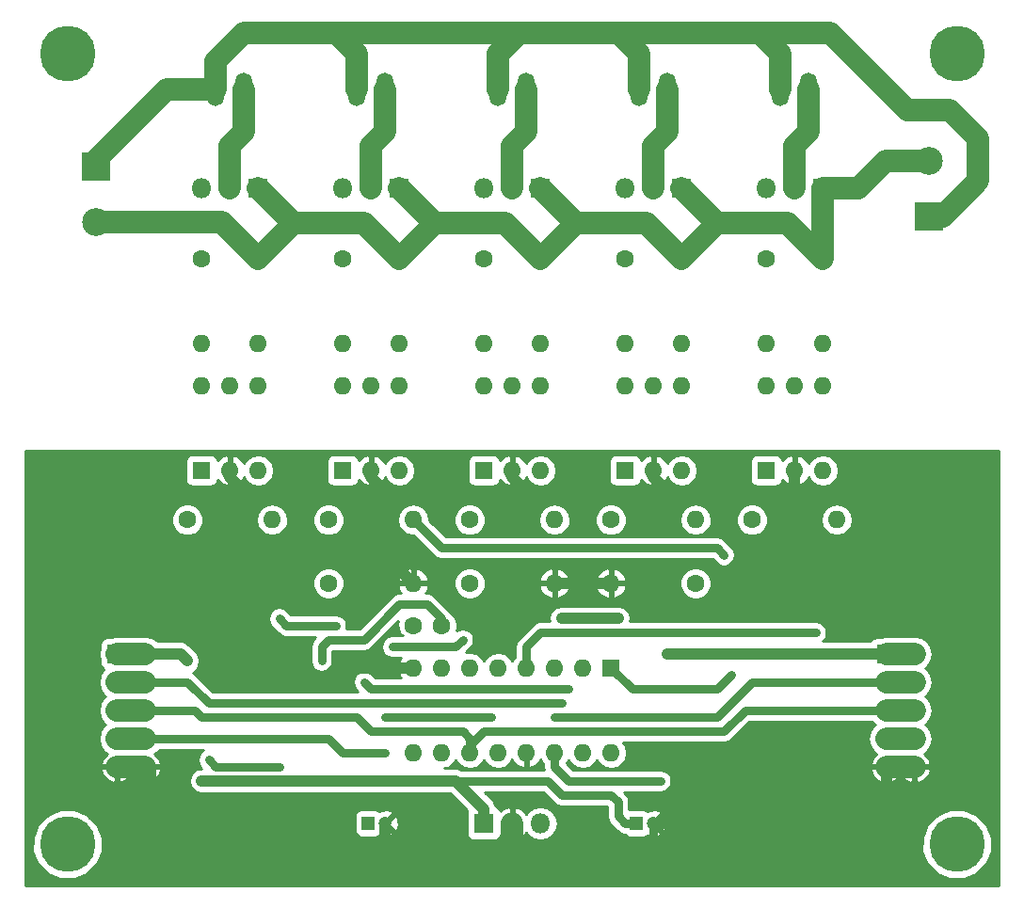
<source format=gbl>
G04 #@! TF.FileFunction,Copper,L2,Bot,Signal*
%FSLAX46Y46*%
G04 Gerber Fmt 4.6, Leading zero omitted, Abs format (unit mm)*
G04 Created by KiCad (PCBNEW 4.0.7) date Mon Mar 19 19:45:40 2018*
%MOMM*%
%LPD*%
G01*
G04 APERTURE LIST*
%ADD10C,0.100000*%
%ADD11R,1.600000X1.600000*%
%ADD12O,1.600000X1.600000*%
%ADD13C,5.000000*%
%ADD14O,1.510000X3.010000*%
%ADD15C,1.600000*%
%ADD16R,1.800000X1.800000*%
%ADD17O,1.800000X1.800000*%
%ADD18R,1.200000X1.200000*%
%ADD19C,1.200000*%
%ADD20R,2.500000X2.500000*%
%ADD21C,2.500000*%
%ADD22R,1.700000X1.700000*%
%ADD23O,1.700000X1.700000*%
%ADD24C,0.600000*%
%ADD25C,0.750000*%
%ADD26C,1.000000*%
%ADD27C,2.000000*%
%ADD28C,0.254000*%
G04 APERTURE END LIST*
D10*
D11*
X104140000Y-85090000D03*
D12*
X86360000Y-92710000D03*
X101600000Y-85090000D03*
X88900000Y-92710000D03*
X99060000Y-85090000D03*
X91440000Y-92710000D03*
X96520000Y-85090000D03*
X93980000Y-92710000D03*
X93980000Y-85090000D03*
X96520000Y-92710000D03*
X91440000Y-85090000D03*
X99060000Y-92710000D03*
X88900000Y-85090000D03*
X101600000Y-92710000D03*
X86360000Y-85090000D03*
X104140000Y-92710000D03*
D13*
X135255000Y-100965000D03*
X55245000Y-100965000D03*
X135255000Y-29845000D03*
D14*
X109220000Y-33020000D03*
X106680000Y-33020000D03*
D11*
X67310000Y-67310000D03*
D12*
X72390000Y-59690000D03*
X69850000Y-67310000D03*
X69850000Y-59690000D03*
X72390000Y-67310000D03*
X67310000Y-59690000D03*
D15*
X78740000Y-77470000D03*
D12*
X86360000Y-77470000D03*
D15*
X91440000Y-77470000D03*
D12*
X99060000Y-77470000D03*
D15*
X111760000Y-77470000D03*
D12*
X104140000Y-77470000D03*
D15*
X66040000Y-71755000D03*
D12*
X73660000Y-71755000D03*
D15*
X78740000Y-71755000D03*
D12*
X86360000Y-71755000D03*
D15*
X91440000Y-71755000D03*
D12*
X99060000Y-71755000D03*
D15*
X104140000Y-71755000D03*
D12*
X111760000Y-71755000D03*
D15*
X116840000Y-71755000D03*
D12*
X124460000Y-71755000D03*
D15*
X67310000Y-48260000D03*
D12*
X67310000Y-55880000D03*
D15*
X72390000Y-48260000D03*
D12*
X72390000Y-55880000D03*
D15*
X80010000Y-48260000D03*
D12*
X80010000Y-55880000D03*
D15*
X85090000Y-48260000D03*
D12*
X85090000Y-55880000D03*
D15*
X92710000Y-48260000D03*
D12*
X92710000Y-55880000D03*
D15*
X97790000Y-48260000D03*
D12*
X97790000Y-55880000D03*
D15*
X105410000Y-48260000D03*
D12*
X105410000Y-55880000D03*
D11*
X80010000Y-67310000D03*
D12*
X85090000Y-59690000D03*
X82550000Y-67310000D03*
X82550000Y-59690000D03*
X85090000Y-67310000D03*
X80010000Y-59690000D03*
D11*
X92710000Y-67310000D03*
D12*
X97790000Y-59690000D03*
X95250000Y-67310000D03*
X95250000Y-59690000D03*
X97790000Y-67310000D03*
X92710000Y-59690000D03*
D11*
X105410000Y-67310000D03*
D12*
X110490000Y-59690000D03*
X107950000Y-67310000D03*
X107950000Y-59690000D03*
X110490000Y-67310000D03*
X105410000Y-59690000D03*
D11*
X118110000Y-67310000D03*
D12*
X123190000Y-59690000D03*
X120650000Y-67310000D03*
X120650000Y-59690000D03*
X123190000Y-67310000D03*
X118110000Y-59690000D03*
D16*
X72390000Y-41910000D03*
D17*
X69850000Y-41910000D03*
X67310000Y-41910000D03*
D16*
X85090000Y-41910000D03*
D17*
X82550000Y-41910000D03*
X80010000Y-41910000D03*
D16*
X97790000Y-41910000D03*
D17*
X95250000Y-41910000D03*
X92710000Y-41910000D03*
D16*
X110490000Y-41910000D03*
D17*
X107950000Y-41910000D03*
X105410000Y-41910000D03*
D16*
X123190000Y-41910000D03*
D17*
X120650000Y-41910000D03*
X118110000Y-41910000D03*
D16*
X92710000Y-99060000D03*
D17*
X95250000Y-99060000D03*
X97790000Y-99060000D03*
D14*
X71120000Y-33020000D03*
X68580000Y-33020000D03*
X83820000Y-33020000D03*
X81280000Y-33020000D03*
X96520000Y-33020000D03*
X93980000Y-33020000D03*
X121920000Y-33020000D03*
X119380000Y-33020000D03*
D15*
X88900000Y-81280000D03*
X86400000Y-81280000D03*
D18*
X106450000Y-99060000D03*
D19*
X107950000Y-99060000D03*
D18*
X82320000Y-99060000D03*
D19*
X83820000Y-99060000D03*
D15*
X110490000Y-48260000D03*
D12*
X110490000Y-55880000D03*
D15*
X118110000Y-48260000D03*
D12*
X118110000Y-55880000D03*
D15*
X123190000Y-48260000D03*
D12*
X123190000Y-55880000D03*
D20*
X57785000Y-40005000D03*
D21*
X57785000Y-45005000D03*
D20*
X132715000Y-44450000D03*
D21*
X132715000Y-39450000D03*
D22*
X128905000Y-83820000D03*
D23*
X131445000Y-83820000D03*
X128905000Y-86360000D03*
X131445000Y-86360000D03*
X128905000Y-88900000D03*
X131445000Y-88900000D03*
X128905000Y-91440000D03*
X131445000Y-91440000D03*
X128905000Y-93980000D03*
X131445000Y-93980000D03*
D13*
X55245000Y-29845000D03*
D22*
X59690000Y-83820000D03*
D23*
X62230000Y-83820000D03*
X59690000Y-86360000D03*
X62230000Y-86360000D03*
X59690000Y-88900000D03*
X62230000Y-88900000D03*
X59690000Y-91440000D03*
X62230000Y-91440000D03*
X59690000Y-93980000D03*
X62230000Y-93980000D03*
D24*
X78105000Y-84455000D03*
X78105000Y-102235000D03*
X78105000Y-86360000D03*
X109220000Y-83820000D03*
X66040000Y-84455000D03*
X67310000Y-95250000D03*
X99695000Y-88265000D03*
X108585000Y-95250000D03*
X67945000Y-89535000D03*
X67945000Y-93345000D03*
X74295000Y-93980000D03*
X83820000Y-92710000D03*
X93345000Y-89535000D03*
X83820000Y-89535000D03*
X84455000Y-83185000D03*
X90805000Y-82550000D03*
X100330000Y-86995000D03*
X81915000Y-86360000D03*
X79375000Y-81280000D03*
X74295000Y-80645000D03*
X86360000Y-71755000D03*
X114935000Y-85725000D03*
X114300000Y-74930000D03*
X122555000Y-81915000D03*
X104775000Y-80645000D03*
X99695000Y-80645000D03*
X99060000Y-89535000D03*
D25*
X87630000Y-79375000D02*
X88900000Y-80645000D01*
X85090000Y-79375000D02*
X87630000Y-79375000D01*
X81915000Y-82550000D02*
X85090000Y-79375000D01*
X78740000Y-82550000D02*
X81915000Y-82550000D01*
X78105000Y-83185000D02*
X78740000Y-82550000D01*
X78105000Y-84455000D02*
X78105000Y-83185000D01*
X88900000Y-80645000D02*
X88900000Y-81280000D01*
X106680000Y-102235000D02*
X95250000Y-102235000D01*
X107950000Y-100965000D02*
X106680000Y-102235000D01*
X107950000Y-99060000D02*
X107950000Y-100965000D01*
D26*
X76835000Y-69215000D02*
X76835000Y-73025000D01*
X83820000Y-74930000D02*
X86360000Y-77470000D01*
X78740000Y-74930000D02*
X83820000Y-74930000D01*
X76835000Y-73025000D02*
X78740000Y-74930000D01*
D27*
X95250000Y-99060000D02*
X95250000Y-102235000D01*
X95250000Y-102235000D02*
X81915000Y-102235000D01*
D26*
X86360000Y-85090000D02*
X79375000Y-85090000D01*
X79375000Y-85090000D02*
X78105000Y-86360000D01*
X83820000Y-99060000D02*
X83820000Y-100330000D01*
X83820000Y-100330000D02*
X81915000Y-102235000D01*
D27*
X81915000Y-102235000D02*
X78105000Y-102235000D01*
X78105000Y-102235000D02*
X65405000Y-102235000D01*
X65405000Y-102235000D02*
X62230000Y-99060000D01*
X62230000Y-99060000D02*
X62230000Y-93980000D01*
D26*
X99060000Y-77470000D02*
X104140000Y-77470000D01*
X107950000Y-67310000D02*
X107950000Y-67945000D01*
X107950000Y-67945000D02*
X109220000Y-69215000D01*
X128905000Y-93980000D02*
X128905000Y-97155000D01*
X128905000Y-97155000D02*
X127000000Y-99060000D01*
X127000000Y-99060000D02*
X107950000Y-99060000D01*
X62230000Y-99060000D02*
X62230000Y-93980000D01*
X64770000Y-101600000D02*
X62230000Y-99060000D01*
X95250000Y-67310000D02*
X95250000Y-67945000D01*
X95250000Y-67945000D02*
X96520000Y-69215000D01*
X82550000Y-67310000D02*
X82550000Y-67945000D01*
X82550000Y-67945000D02*
X83820000Y-69215000D01*
X69850000Y-67310000D02*
X69850000Y-67945000D01*
X69850000Y-67945000D02*
X71120000Y-69215000D01*
X71120000Y-69215000D02*
X76835000Y-69215000D01*
X76835000Y-69215000D02*
X83820000Y-69215000D01*
X83820000Y-69215000D02*
X96520000Y-69215000D01*
X96520000Y-69215000D02*
X109220000Y-69215000D01*
X109220000Y-69215000D02*
X120015000Y-69215000D01*
X120015000Y-69215000D02*
X120650000Y-68580000D01*
X120650000Y-68580000D02*
X120650000Y-67310000D01*
D27*
X128905000Y-93980000D02*
X131445000Y-93980000D01*
X59690000Y-93980000D02*
X62230000Y-93980000D01*
D25*
X90170000Y-95250000D02*
X98425000Y-95250000D01*
X105410000Y-99060000D02*
X106450000Y-99060000D01*
X104775000Y-98425000D02*
X105410000Y-99060000D01*
X104775000Y-97155000D02*
X104775000Y-98425000D01*
X104140000Y-96520000D02*
X104775000Y-97155000D01*
X99695000Y-96520000D02*
X104140000Y-96520000D01*
X98425000Y-95250000D02*
X99695000Y-96520000D01*
D26*
X109220000Y-83820000D02*
X128905000Y-83820000D01*
X65405000Y-83820000D02*
X62230000Y-83820000D01*
X66040000Y-84455000D02*
X65405000Y-83820000D01*
X90170000Y-95250000D02*
X67310000Y-95250000D01*
X92710000Y-97790000D02*
X90170000Y-95250000D01*
X92710000Y-99060000D02*
X92710000Y-97790000D01*
D27*
X128905000Y-83820000D02*
X131445000Y-83820000D01*
X59690000Y-83820000D02*
X62230000Y-83820000D01*
X123190000Y-41910000D02*
X123190000Y-48260000D01*
X110490000Y-41910000D02*
X113665000Y-45085000D01*
X97790000Y-41910000D02*
X100965000Y-45085000D01*
X85090000Y-41910000D02*
X88265000Y-45085000D01*
X72390000Y-41910000D02*
X75565000Y-45085000D01*
X123190000Y-48260000D02*
X120015000Y-45085000D01*
X120015000Y-45085000D02*
X113665000Y-45085000D01*
X113665000Y-45085000D02*
X110490000Y-48260000D01*
X110490000Y-48260000D02*
X107315000Y-45085000D01*
X107315000Y-45085000D02*
X100965000Y-45085000D01*
X100965000Y-45085000D02*
X97790000Y-48260000D01*
X97790000Y-48260000D02*
X94615000Y-45085000D01*
X94615000Y-45085000D02*
X88265000Y-45085000D01*
X88265000Y-45085000D02*
X85090000Y-48260000D01*
X85090000Y-48260000D02*
X81915000Y-45085000D01*
X81915000Y-45085000D02*
X75565000Y-45085000D01*
X75565000Y-45085000D02*
X72390000Y-48260000D01*
X72390000Y-48260000D02*
X69135000Y-45005000D01*
X69135000Y-45005000D02*
X57785000Y-45005000D01*
X123190000Y-41910000D02*
X126365000Y-41910000D01*
X128825000Y-39450000D02*
X132715000Y-39450000D01*
X126365000Y-41910000D02*
X128825000Y-39450000D01*
X71120000Y-33020000D02*
X71120000Y-36830000D01*
X69850000Y-38100000D02*
X69850000Y-41910000D01*
X71120000Y-36830000D02*
X69850000Y-38100000D01*
X83820000Y-33020000D02*
X83820000Y-36830000D01*
X82550000Y-38100000D02*
X82550000Y-41910000D01*
X83820000Y-36830000D02*
X82550000Y-38100000D01*
X96520000Y-33020000D02*
X96520000Y-36830000D01*
X95250000Y-38100000D02*
X95250000Y-41910000D01*
X96520000Y-36830000D02*
X95250000Y-38100000D01*
X109220000Y-33020000D02*
X109220000Y-36830000D01*
X107950000Y-38100000D02*
X107950000Y-41910000D01*
X109220000Y-36830000D02*
X107950000Y-38100000D01*
X121920000Y-33020000D02*
X121920000Y-36830000D01*
X120650000Y-38100000D02*
X120650000Y-41910000D01*
X121920000Y-36830000D02*
X120650000Y-38100000D01*
X132715000Y-44450000D02*
X133985000Y-44450000D01*
X123825000Y-27940000D02*
X117475000Y-27940000D01*
X130810000Y-34925000D02*
X123825000Y-27940000D01*
X134620000Y-34925000D02*
X130810000Y-34925000D01*
X137160000Y-37465000D02*
X134620000Y-34925000D01*
X137160000Y-41275000D02*
X137160000Y-37465000D01*
X133985000Y-44450000D02*
X137160000Y-41275000D01*
X79375000Y-27940000D02*
X95885000Y-27940000D01*
X119380000Y-33020000D02*
X119380000Y-29845000D01*
X117475000Y-27940000D02*
X104775000Y-27940000D01*
X119380000Y-29845000D02*
X117475000Y-27940000D01*
X93980000Y-33020000D02*
X93980000Y-29845000D01*
X93980000Y-29845000D02*
X95885000Y-27940000D01*
X106680000Y-29845000D02*
X106680000Y-33020000D01*
X104775000Y-27940000D02*
X106680000Y-29845000D01*
X95885000Y-27940000D02*
X104775000Y-27940000D01*
X81280000Y-33020000D02*
X81280000Y-29845000D01*
X68580000Y-30480000D02*
X71120000Y-27940000D01*
X68580000Y-30480000D02*
X68580000Y-33020000D01*
X79375000Y-27940000D02*
X71120000Y-27940000D01*
X81280000Y-29845000D02*
X79375000Y-27940000D01*
X57785000Y-40005000D02*
X57785000Y-39370000D01*
X57785000Y-39370000D02*
X64135000Y-33020000D01*
X64135000Y-33020000D02*
X68580000Y-33020000D01*
D25*
X97790000Y-88265000D02*
X99695000Y-88265000D01*
X97790000Y-88265000D02*
X67945000Y-88265000D01*
X67945000Y-88265000D02*
X66040000Y-86360000D01*
X66040000Y-86360000D02*
X62230000Y-86360000D01*
X99060000Y-92710000D02*
X99060000Y-93980000D01*
X100330000Y-95250000D02*
X108585000Y-95250000D01*
X99060000Y-93980000D02*
X100330000Y-95250000D01*
D27*
X59690000Y-86360000D02*
X62230000Y-86360000D01*
D25*
X116205000Y-88900000D02*
X128905000Y-88900000D01*
X114300000Y-90805000D02*
X116205000Y-88900000D01*
X92710000Y-90805000D02*
X114300000Y-90805000D01*
X91440000Y-92075000D02*
X92710000Y-90805000D01*
X91440000Y-92710000D02*
X91440000Y-92075000D01*
X67310000Y-89535000D02*
X67945000Y-89535000D01*
X67945000Y-89535000D02*
X81280000Y-89535000D01*
X67945000Y-93345000D02*
X68580000Y-93980000D01*
X68580000Y-93980000D02*
X74295000Y-93980000D01*
X81280000Y-89535000D02*
X82550000Y-90805000D01*
X91440000Y-92710000D02*
X91440000Y-91440000D01*
X91440000Y-91440000D02*
X90805000Y-90805000D01*
X90805000Y-90805000D02*
X82550000Y-90805000D01*
X62230000Y-88900000D02*
X66675000Y-88900000D01*
X66675000Y-88900000D02*
X67310000Y-89535000D01*
D27*
X128905000Y-88900000D02*
X131445000Y-88900000D01*
X59690000Y-88900000D02*
X62230000Y-88900000D01*
D25*
X78740000Y-91440000D02*
X62230000Y-91440000D01*
X80010000Y-92710000D02*
X78740000Y-91440000D01*
X83820000Y-92710000D02*
X80010000Y-92710000D01*
X83820000Y-89535000D02*
X93345000Y-89535000D01*
X90170000Y-83185000D02*
X84455000Y-83185000D01*
X90805000Y-82550000D02*
X90170000Y-83185000D01*
D27*
X128905000Y-91440000D02*
X131445000Y-91440000D01*
X59690000Y-91440000D02*
X62230000Y-91440000D01*
D25*
X82550000Y-86995000D02*
X100330000Y-86995000D01*
X81915000Y-86360000D02*
X82550000Y-86995000D01*
X74930000Y-81280000D02*
X79375000Y-81280000D01*
X74295000Y-80645000D02*
X74930000Y-81280000D01*
X86360000Y-71755000D02*
X88900000Y-74295000D01*
X106045000Y-86995000D02*
X104140000Y-85090000D01*
X113665000Y-86995000D02*
X106045000Y-86995000D01*
X114935000Y-85725000D02*
X113665000Y-86995000D01*
X113665000Y-74295000D02*
X114300000Y-74930000D01*
X88900000Y-74295000D02*
X113665000Y-74295000D01*
X96520000Y-85090000D02*
X96520000Y-83185000D01*
X97790000Y-81915000D02*
X122555000Y-81915000D01*
X96520000Y-83185000D02*
X97790000Y-81915000D01*
D26*
X99695000Y-80645000D02*
X104775000Y-80645000D01*
D25*
X99060000Y-89535000D02*
X113665000Y-89535000D01*
X113665000Y-89535000D02*
X116840000Y-86360000D01*
X116840000Y-86360000D02*
X128905000Y-86360000D01*
D27*
X128905000Y-86360000D02*
X131445000Y-86360000D01*
D28*
G36*
X138990000Y-104700000D02*
X51510000Y-104700000D01*
X51510000Y-101585854D01*
X52109457Y-101585854D01*
X52585727Y-102738515D01*
X53466847Y-103621174D01*
X54618674Y-104099454D01*
X55865854Y-104100543D01*
X57018515Y-103624273D01*
X57901174Y-102743153D01*
X58379454Y-101591326D01*
X58379458Y-101585854D01*
X132119457Y-101585854D01*
X132595727Y-102738515D01*
X133476847Y-103621174D01*
X134628674Y-104099454D01*
X135875854Y-104100543D01*
X137028515Y-103624273D01*
X137911174Y-102743153D01*
X138389454Y-101591326D01*
X138390543Y-100344146D01*
X137914273Y-99191485D01*
X137033153Y-98308826D01*
X135881326Y-97830546D01*
X134634146Y-97829457D01*
X133481485Y-98305727D01*
X132598826Y-99186847D01*
X132120546Y-100338674D01*
X132119457Y-101585854D01*
X58379458Y-101585854D01*
X58380543Y-100344146D01*
X57904273Y-99191485D01*
X57174064Y-98460000D01*
X81072560Y-98460000D01*
X81072560Y-99660000D01*
X81116838Y-99895317D01*
X81255910Y-100111441D01*
X81468110Y-100256431D01*
X81720000Y-100307440D01*
X82920000Y-100307440D01*
X83155317Y-100263162D01*
X83282636Y-100181234D01*
X83651036Y-100307807D01*
X84141413Y-100277482D01*
X84453617Y-100148164D01*
X84503130Y-99922735D01*
X83820000Y-99239605D01*
X83805858Y-99253748D01*
X83626253Y-99074143D01*
X83640395Y-99060000D01*
X83999605Y-99060000D01*
X84682735Y-99743130D01*
X84908164Y-99693617D01*
X85067807Y-99228964D01*
X85037482Y-98738587D01*
X84908164Y-98426383D01*
X84682735Y-98376870D01*
X83999605Y-99060000D01*
X83640395Y-99060000D01*
X83626253Y-99045858D01*
X83805858Y-98866253D01*
X83820000Y-98880395D01*
X84503130Y-98197265D01*
X84453617Y-97971836D01*
X83988964Y-97812193D01*
X83498587Y-97842518D01*
X83276010Y-97934711D01*
X83171890Y-97863569D01*
X82920000Y-97812560D01*
X81720000Y-97812560D01*
X81484683Y-97856838D01*
X81268559Y-97995910D01*
X81123569Y-98208110D01*
X81072560Y-98460000D01*
X57174064Y-98460000D01*
X57023153Y-98308826D01*
X55871326Y-97830546D01*
X54624146Y-97829457D01*
X53471485Y-98305727D01*
X52588826Y-99186847D01*
X52110546Y-100338674D01*
X52109457Y-101585854D01*
X51510000Y-101585854D01*
X51510000Y-94336890D01*
X58248524Y-94336890D01*
X58418355Y-94746924D01*
X58808642Y-95175183D01*
X59333108Y-95421486D01*
X59563000Y-95300819D01*
X59563000Y-94107000D01*
X59817000Y-94107000D01*
X59817000Y-95300819D01*
X60046892Y-95421486D01*
X60571358Y-95175183D01*
X60960000Y-94748729D01*
X61348642Y-95175183D01*
X61873108Y-95421486D01*
X62103000Y-95300819D01*
X62103000Y-94107000D01*
X62357000Y-94107000D01*
X62357000Y-95300819D01*
X62586892Y-95421486D01*
X63111358Y-95175183D01*
X63501645Y-94746924D01*
X63671476Y-94336890D01*
X63550155Y-94107000D01*
X62357000Y-94107000D01*
X62103000Y-94107000D01*
X59817000Y-94107000D01*
X59563000Y-94107000D01*
X58369845Y-94107000D01*
X58248524Y-94336890D01*
X51510000Y-94336890D01*
X51510000Y-83820000D01*
X58055000Y-83820000D01*
X58179457Y-84445687D01*
X58192560Y-84465297D01*
X58192560Y-84670000D01*
X58236838Y-84905317D01*
X58375910Y-85121441D01*
X58522183Y-85221385D01*
X58179457Y-85734313D01*
X58055000Y-86360000D01*
X58179457Y-86985687D01*
X58533880Y-87516120D01*
X58704314Y-87630000D01*
X58533880Y-87743880D01*
X58179457Y-88274313D01*
X58055000Y-88900000D01*
X58179457Y-89525687D01*
X58533880Y-90056120D01*
X58704314Y-90170000D01*
X58533880Y-90283880D01*
X58179457Y-90814313D01*
X58055000Y-91440000D01*
X58179457Y-92065687D01*
X58533880Y-92596120D01*
X58813131Y-92782709D01*
X58808642Y-92784817D01*
X58418355Y-93213076D01*
X58248524Y-93623110D01*
X58369845Y-93853000D01*
X59563000Y-93853000D01*
X59563000Y-93833000D01*
X59817000Y-93833000D01*
X59817000Y-93853000D01*
X62103000Y-93853000D01*
X62103000Y-93833000D01*
X62357000Y-93833000D01*
X62357000Y-93853000D01*
X63550155Y-93853000D01*
X63671476Y-93623110D01*
X63501645Y-93213076D01*
X63111358Y-92784817D01*
X63106869Y-92782709D01*
X63386120Y-92596120D01*
X63483754Y-92450000D01*
X67501442Y-92450000D01*
X67230822Y-92630822D01*
X67011882Y-92958490D01*
X66935000Y-93345000D01*
X67011882Y-93731510D01*
X67230822Y-94059178D01*
X67290519Y-94118875D01*
X66875654Y-94201397D01*
X66507434Y-94447434D01*
X66261397Y-94815654D01*
X66175000Y-95250000D01*
X66261397Y-95684346D01*
X66507434Y-96052566D01*
X66875654Y-96298603D01*
X67310000Y-96385000D01*
X89699868Y-96385000D01*
X91217388Y-97902521D01*
X91213569Y-97908110D01*
X91162560Y-98160000D01*
X91162560Y-99960000D01*
X91206838Y-100195317D01*
X91345910Y-100411441D01*
X91558110Y-100556431D01*
X91810000Y-100607440D01*
X93610000Y-100607440D01*
X93845317Y-100563162D01*
X94061441Y-100424090D01*
X94206431Y-100211890D01*
X94216766Y-100160854D01*
X94342424Y-100297966D01*
X94885258Y-100551046D01*
X95123000Y-100430997D01*
X95123000Y-99187000D01*
X95103000Y-99187000D01*
X95103000Y-98933000D01*
X95123000Y-98933000D01*
X95123000Y-97689003D01*
X95377000Y-97689003D01*
X95377000Y-98933000D01*
X95397000Y-98933000D01*
X95397000Y-99187000D01*
X95377000Y-99187000D01*
X95377000Y-100430997D01*
X95614742Y-100551046D01*
X96157576Y-100297966D01*
X96515499Y-99907418D01*
X96674519Y-100145409D01*
X97172509Y-100478155D01*
X97759928Y-100595000D01*
X97820072Y-100595000D01*
X98407491Y-100478155D01*
X98905481Y-100145409D01*
X99238227Y-99647419D01*
X99355072Y-99060000D01*
X99238227Y-98472581D01*
X98905481Y-97974591D01*
X98407491Y-97641845D01*
X97820072Y-97525000D01*
X97759928Y-97525000D01*
X97172509Y-97641845D01*
X96674519Y-97974591D01*
X96515499Y-98212582D01*
X96157576Y-97822034D01*
X95614742Y-97568954D01*
X95377000Y-97689003D01*
X95123000Y-97689003D01*
X94885258Y-97568954D01*
X94342424Y-97822034D01*
X94219156Y-97956538D01*
X94213162Y-97924683D01*
X94074090Y-97708559D01*
X93861890Y-97563569D01*
X93797361Y-97550501D01*
X93758603Y-97355654D01*
X93677435Y-97234178D01*
X93512566Y-96987433D01*
X92785133Y-96260000D01*
X98006644Y-96260000D01*
X98980822Y-97234178D01*
X99308490Y-97453118D01*
X99695000Y-97530000D01*
X103721644Y-97530000D01*
X103765000Y-97573356D01*
X103765000Y-98425000D01*
X103841882Y-98811510D01*
X104060822Y-99139178D01*
X104695822Y-99774178D01*
X105023490Y-99993118D01*
X105351793Y-100058422D01*
X105385910Y-100111441D01*
X105598110Y-100256431D01*
X105850000Y-100307440D01*
X107050000Y-100307440D01*
X107285317Y-100263162D01*
X107412636Y-100181234D01*
X107781036Y-100307807D01*
X108271413Y-100277482D01*
X108583617Y-100148164D01*
X108633130Y-99922735D01*
X107950000Y-99239605D01*
X107935858Y-99253748D01*
X107756253Y-99074143D01*
X107770395Y-99060000D01*
X108129605Y-99060000D01*
X108812735Y-99743130D01*
X109038164Y-99693617D01*
X109197807Y-99228964D01*
X109167482Y-98738587D01*
X109038164Y-98426383D01*
X108812735Y-98376870D01*
X108129605Y-99060000D01*
X107770395Y-99060000D01*
X107756253Y-99045858D01*
X107935858Y-98866253D01*
X107950000Y-98880395D01*
X108633130Y-98197265D01*
X108583617Y-97971836D01*
X108118964Y-97812193D01*
X107628587Y-97842518D01*
X107406010Y-97934711D01*
X107301890Y-97863569D01*
X107050000Y-97812560D01*
X105850000Y-97812560D01*
X105785000Y-97824791D01*
X105785000Y-97155000D01*
X105708118Y-96768490D01*
X105489178Y-96440822D01*
X105308356Y-96260000D01*
X108585000Y-96260000D01*
X108971510Y-96183118D01*
X109299178Y-95964178D01*
X109518118Y-95636510D01*
X109595000Y-95250000D01*
X109518118Y-94863490D01*
X109299178Y-94535822D01*
X109001455Y-94336890D01*
X127463524Y-94336890D01*
X127633355Y-94746924D01*
X128023642Y-95175183D01*
X128548108Y-95421486D01*
X128778000Y-95300819D01*
X128778000Y-94107000D01*
X129032000Y-94107000D01*
X129032000Y-95300819D01*
X129261892Y-95421486D01*
X129786358Y-95175183D01*
X130175000Y-94748729D01*
X130563642Y-95175183D01*
X131088108Y-95421486D01*
X131318000Y-95300819D01*
X131318000Y-94107000D01*
X131572000Y-94107000D01*
X131572000Y-95300819D01*
X131801892Y-95421486D01*
X132326358Y-95175183D01*
X132716645Y-94746924D01*
X132886476Y-94336890D01*
X132765155Y-94107000D01*
X131572000Y-94107000D01*
X131318000Y-94107000D01*
X129032000Y-94107000D01*
X128778000Y-94107000D01*
X127584845Y-94107000D01*
X127463524Y-94336890D01*
X109001455Y-94336890D01*
X108971510Y-94316882D01*
X108585000Y-94240000D01*
X100748356Y-94240000D01*
X100149387Y-93641031D01*
X100330000Y-93370725D01*
X100585302Y-93752811D01*
X101050849Y-94063880D01*
X101600000Y-94173113D01*
X102149151Y-94063880D01*
X102614698Y-93752811D01*
X102870000Y-93370725D01*
X103125302Y-93752811D01*
X103590849Y-94063880D01*
X104140000Y-94173113D01*
X104689151Y-94063880D01*
X105154698Y-93752811D01*
X105465767Y-93287264D01*
X105575000Y-92738113D01*
X105575000Y-92681887D01*
X105465767Y-92132736D01*
X105253462Y-91815000D01*
X114300000Y-91815000D01*
X114686510Y-91738118D01*
X115014178Y-91519178D01*
X116623356Y-89910000D01*
X127651246Y-89910000D01*
X127748880Y-90056120D01*
X127919314Y-90170000D01*
X127748880Y-90283880D01*
X127394457Y-90814313D01*
X127270000Y-91440000D01*
X127394457Y-92065687D01*
X127748880Y-92596120D01*
X128028131Y-92782709D01*
X128023642Y-92784817D01*
X127633355Y-93213076D01*
X127463524Y-93623110D01*
X127584845Y-93853000D01*
X128778000Y-93853000D01*
X128778000Y-93833000D01*
X129032000Y-93833000D01*
X129032000Y-93853000D01*
X131318000Y-93853000D01*
X131318000Y-93833000D01*
X131572000Y-93833000D01*
X131572000Y-93853000D01*
X132765155Y-93853000D01*
X132886476Y-93623110D01*
X132716645Y-93213076D01*
X132326358Y-92784817D01*
X132321869Y-92782709D01*
X132601120Y-92596120D01*
X132955543Y-92065687D01*
X133080000Y-91440000D01*
X132955543Y-90814313D01*
X132601120Y-90283880D01*
X132430686Y-90170000D01*
X132601120Y-90056120D01*
X132955543Y-89525687D01*
X133080000Y-88900000D01*
X132955543Y-88274313D01*
X132601120Y-87743880D01*
X132430686Y-87630000D01*
X132601120Y-87516120D01*
X132955543Y-86985687D01*
X133080000Y-86360000D01*
X132955543Y-85734313D01*
X132601120Y-85203880D01*
X132430686Y-85090000D01*
X132601120Y-84976120D01*
X132955543Y-84445687D01*
X133080000Y-83820000D01*
X132955543Y-83194313D01*
X132601120Y-82663880D01*
X132070687Y-82309457D01*
X131445000Y-82185000D01*
X128905000Y-82185000D01*
X128279313Y-82309457D01*
X128259703Y-82322560D01*
X128055000Y-82322560D01*
X127819683Y-82366838D01*
X127603559Y-82505910D01*
X127481192Y-82685000D01*
X123185634Y-82685000D01*
X123269178Y-82629178D01*
X123488118Y-82301510D01*
X123565000Y-81915000D01*
X123488118Y-81528490D01*
X123269178Y-81200822D01*
X122941510Y-80981882D01*
X122555000Y-80905000D01*
X105858283Y-80905000D01*
X105910000Y-80645000D01*
X105823603Y-80210654D01*
X105577566Y-79842434D01*
X105209346Y-79596397D01*
X104775000Y-79510000D01*
X99695000Y-79510000D01*
X99260654Y-79596397D01*
X98892434Y-79842434D01*
X98646397Y-80210654D01*
X98560000Y-80645000D01*
X98611717Y-80905000D01*
X97790000Y-80905000D01*
X97403490Y-80981882D01*
X97075822Y-81200822D01*
X95805822Y-82470822D01*
X95586882Y-82798490D01*
X95510000Y-83185000D01*
X95510000Y-84044050D01*
X95505302Y-84047189D01*
X95250000Y-84429275D01*
X94994698Y-84047189D01*
X94529151Y-83736120D01*
X93980000Y-83626887D01*
X93430849Y-83736120D01*
X92965302Y-84047189D01*
X92710000Y-84429275D01*
X92454698Y-84047189D01*
X91989151Y-83736120D01*
X91440000Y-83626887D01*
X91086067Y-83697289D01*
X91519178Y-83264178D01*
X91738118Y-82936510D01*
X91815000Y-82550000D01*
X91738118Y-82163490D01*
X91519178Y-81835822D01*
X91191510Y-81616882D01*
X90805000Y-81540000D01*
X90418490Y-81616882D01*
X90273751Y-81713593D01*
X90334750Y-81566691D01*
X90335248Y-80995813D01*
X90117243Y-80468200D01*
X89713923Y-80064176D01*
X89699196Y-80058061D01*
X89614178Y-79930822D01*
X88344178Y-78660822D01*
X88016510Y-78441882D01*
X87630000Y-78365000D01*
X87448296Y-78365000D01*
X87591041Y-78207423D01*
X87751904Y-77819039D01*
X87716275Y-77754187D01*
X90004752Y-77754187D01*
X90222757Y-78281800D01*
X90626077Y-78685824D01*
X91153309Y-78904750D01*
X91724187Y-78905248D01*
X92251800Y-78687243D01*
X92655824Y-78283923D01*
X92848860Y-77819039D01*
X97668096Y-77819039D01*
X97828959Y-78207423D01*
X98204866Y-78622389D01*
X98710959Y-78861914D01*
X98933000Y-78740629D01*
X98933000Y-77597000D01*
X99187000Y-77597000D01*
X99187000Y-78740629D01*
X99409041Y-78861914D01*
X99915134Y-78622389D01*
X100291041Y-78207423D01*
X100451904Y-77819039D01*
X102748096Y-77819039D01*
X102908959Y-78207423D01*
X103284866Y-78622389D01*
X103790959Y-78861914D01*
X104013000Y-78740629D01*
X104013000Y-77597000D01*
X104267000Y-77597000D01*
X104267000Y-78740629D01*
X104489041Y-78861914D01*
X104995134Y-78622389D01*
X105371041Y-78207423D01*
X105531904Y-77819039D01*
X105496275Y-77754187D01*
X110324752Y-77754187D01*
X110542757Y-78281800D01*
X110946077Y-78685824D01*
X111473309Y-78904750D01*
X112044187Y-78905248D01*
X112571800Y-78687243D01*
X112975824Y-78283923D01*
X113194750Y-77756691D01*
X113195248Y-77185813D01*
X112977243Y-76658200D01*
X112573923Y-76254176D01*
X112046691Y-76035250D01*
X111475813Y-76034752D01*
X110948200Y-76252757D01*
X110544176Y-76656077D01*
X110325250Y-77183309D01*
X110324752Y-77754187D01*
X105496275Y-77754187D01*
X105409915Y-77597000D01*
X104267000Y-77597000D01*
X104013000Y-77597000D01*
X102870085Y-77597000D01*
X102748096Y-77819039D01*
X100451904Y-77819039D01*
X100329915Y-77597000D01*
X99187000Y-77597000D01*
X98933000Y-77597000D01*
X97790085Y-77597000D01*
X97668096Y-77819039D01*
X92848860Y-77819039D01*
X92874750Y-77756691D01*
X92875248Y-77185813D01*
X92848452Y-77120961D01*
X97668096Y-77120961D01*
X97790085Y-77343000D01*
X98933000Y-77343000D01*
X98933000Y-76199371D01*
X99187000Y-76199371D01*
X99187000Y-77343000D01*
X100329915Y-77343000D01*
X100451904Y-77120961D01*
X102748096Y-77120961D01*
X102870085Y-77343000D01*
X104013000Y-77343000D01*
X104013000Y-76199371D01*
X104267000Y-76199371D01*
X104267000Y-77343000D01*
X105409915Y-77343000D01*
X105531904Y-77120961D01*
X105371041Y-76732577D01*
X104995134Y-76317611D01*
X104489041Y-76078086D01*
X104267000Y-76199371D01*
X104013000Y-76199371D01*
X103790959Y-76078086D01*
X103284866Y-76317611D01*
X102908959Y-76732577D01*
X102748096Y-77120961D01*
X100451904Y-77120961D01*
X100291041Y-76732577D01*
X99915134Y-76317611D01*
X99409041Y-76078086D01*
X99187000Y-76199371D01*
X98933000Y-76199371D01*
X98710959Y-76078086D01*
X98204866Y-76317611D01*
X97828959Y-76732577D01*
X97668096Y-77120961D01*
X92848452Y-77120961D01*
X92657243Y-76658200D01*
X92253923Y-76254176D01*
X91726691Y-76035250D01*
X91155813Y-76034752D01*
X90628200Y-76252757D01*
X90224176Y-76656077D01*
X90005250Y-77183309D01*
X90004752Y-77754187D01*
X87716275Y-77754187D01*
X87629915Y-77597000D01*
X86487000Y-77597000D01*
X86487000Y-77617000D01*
X86233000Y-77617000D01*
X86233000Y-77597000D01*
X85090085Y-77597000D01*
X84968096Y-77819039D01*
X85128959Y-78207423D01*
X85271704Y-78365000D01*
X85090000Y-78365000D01*
X84703490Y-78441882D01*
X84375822Y-78660822D01*
X81496644Y-81540000D01*
X80333283Y-81540000D01*
X80385000Y-81280000D01*
X80308118Y-80893490D01*
X80089178Y-80565822D01*
X79761510Y-80346882D01*
X79375000Y-80270000D01*
X75348356Y-80270000D01*
X75009178Y-79930822D01*
X74681510Y-79711882D01*
X74295000Y-79635000D01*
X73908490Y-79711882D01*
X73580822Y-79930822D01*
X73361882Y-80258490D01*
X73285000Y-80645000D01*
X73361882Y-81031510D01*
X73580822Y-81359178D01*
X74215822Y-81994178D01*
X74543490Y-82213118D01*
X74930000Y-82290000D01*
X77571644Y-82290000D01*
X77390822Y-82470822D01*
X77171882Y-82798490D01*
X77095000Y-83185000D01*
X77095000Y-84455000D01*
X77171882Y-84841510D01*
X77390822Y-85169178D01*
X77718490Y-85388118D01*
X78105000Y-85465000D01*
X78491510Y-85388118D01*
X78819178Y-85169178D01*
X79038118Y-84841510D01*
X79115000Y-84455000D01*
X79115000Y-83603356D01*
X79158356Y-83560000D01*
X81915000Y-83560000D01*
X82301510Y-83483118D01*
X82629178Y-83264178D01*
X85021999Y-80871357D01*
X84953035Y-81063223D01*
X84980222Y-81633454D01*
X85146136Y-82034005D01*
X85392253Y-82108139D01*
X85325392Y-82175000D01*
X84455000Y-82175000D01*
X84068490Y-82251882D01*
X83740822Y-82470822D01*
X83521882Y-82798490D01*
X83445000Y-83185000D01*
X83521882Y-83571510D01*
X83740822Y-83899178D01*
X84068490Y-84118118D01*
X84455000Y-84195000D01*
X85251619Y-84195000D01*
X85207611Y-84234866D01*
X84968086Y-84740959D01*
X85089371Y-84963000D01*
X86233000Y-84963000D01*
X86233000Y-84943000D01*
X86487000Y-84943000D01*
X86487000Y-84963000D01*
X86507000Y-84963000D01*
X86507000Y-85217000D01*
X86487000Y-85217000D01*
X86487000Y-85237000D01*
X86233000Y-85237000D01*
X86233000Y-85217000D01*
X85089371Y-85217000D01*
X84968086Y-85439041D01*
X85207611Y-85945134D01*
X85251619Y-85985000D01*
X82968356Y-85985000D01*
X82629178Y-85645822D01*
X82301510Y-85426882D01*
X81915000Y-85350000D01*
X81528490Y-85426882D01*
X81200822Y-85645822D01*
X80981882Y-85973490D01*
X80905000Y-86360000D01*
X80981882Y-86746510D01*
X81200822Y-87074178D01*
X81381644Y-87255000D01*
X68363356Y-87255000D01*
X66754178Y-85645822D01*
X66507839Y-85481224D01*
X66842566Y-85257566D01*
X67088604Y-84889346D01*
X67175000Y-84455000D01*
X67088604Y-84020655D01*
X66842566Y-83652434D01*
X66207566Y-83017434D01*
X66136576Y-82970000D01*
X65839346Y-82771397D01*
X65405000Y-82685000D01*
X63400232Y-82685000D01*
X63386120Y-82663880D01*
X62855687Y-82309457D01*
X62230000Y-82185000D01*
X59690000Y-82185000D01*
X59064313Y-82309457D01*
X59044703Y-82322560D01*
X58840000Y-82322560D01*
X58604683Y-82366838D01*
X58388559Y-82505910D01*
X58243569Y-82718110D01*
X58192560Y-82970000D01*
X58192560Y-83174703D01*
X58179457Y-83194313D01*
X58055000Y-83820000D01*
X51510000Y-83820000D01*
X51510000Y-77754187D01*
X77304752Y-77754187D01*
X77522757Y-78281800D01*
X77926077Y-78685824D01*
X78453309Y-78904750D01*
X79024187Y-78905248D01*
X79551800Y-78687243D01*
X79955824Y-78283923D01*
X80174750Y-77756691D01*
X80175248Y-77185813D01*
X80148452Y-77120961D01*
X84968096Y-77120961D01*
X85090085Y-77343000D01*
X86233000Y-77343000D01*
X86233000Y-76199371D01*
X86487000Y-76199371D01*
X86487000Y-77343000D01*
X87629915Y-77343000D01*
X87751904Y-77120961D01*
X87591041Y-76732577D01*
X87215134Y-76317611D01*
X86709041Y-76078086D01*
X86487000Y-76199371D01*
X86233000Y-76199371D01*
X86010959Y-76078086D01*
X85504866Y-76317611D01*
X85128959Y-76732577D01*
X84968096Y-77120961D01*
X80148452Y-77120961D01*
X79957243Y-76658200D01*
X79553923Y-76254176D01*
X79026691Y-76035250D01*
X78455813Y-76034752D01*
X77928200Y-76252757D01*
X77524176Y-76656077D01*
X77305250Y-77183309D01*
X77304752Y-77754187D01*
X51510000Y-77754187D01*
X51510000Y-72039187D01*
X64604752Y-72039187D01*
X64822757Y-72566800D01*
X65226077Y-72970824D01*
X65753309Y-73189750D01*
X66324187Y-73190248D01*
X66851800Y-72972243D01*
X67255824Y-72568923D01*
X67474750Y-72041691D01*
X67475000Y-71755000D01*
X72196887Y-71755000D01*
X72306120Y-72304151D01*
X72617189Y-72769698D01*
X73082736Y-73080767D01*
X73631887Y-73190000D01*
X73688113Y-73190000D01*
X74237264Y-73080767D01*
X74702811Y-72769698D01*
X75013880Y-72304151D01*
X75066584Y-72039187D01*
X77304752Y-72039187D01*
X77522757Y-72566800D01*
X77926077Y-72970824D01*
X78453309Y-73189750D01*
X79024187Y-73190248D01*
X79551800Y-72972243D01*
X79955824Y-72568923D01*
X80174750Y-72041691D01*
X80175000Y-71755000D01*
X84896887Y-71755000D01*
X85006120Y-72304151D01*
X85317189Y-72769698D01*
X85782736Y-73080767D01*
X86331887Y-73190000D01*
X86366644Y-73190000D01*
X88185822Y-75009178D01*
X88513489Y-75228118D01*
X88900000Y-75305000D01*
X113246644Y-75305000D01*
X113585822Y-75644178D01*
X113913490Y-75863118D01*
X114300000Y-75940000D01*
X114686510Y-75863118D01*
X115014178Y-75644178D01*
X115233118Y-75316510D01*
X115310000Y-74930000D01*
X115233118Y-74543490D01*
X115014178Y-74215822D01*
X114379178Y-73580822D01*
X114051510Y-73361882D01*
X113665000Y-73285000D01*
X89318356Y-73285000D01*
X88072543Y-72039187D01*
X90004752Y-72039187D01*
X90222757Y-72566800D01*
X90626077Y-72970824D01*
X91153309Y-73189750D01*
X91724187Y-73190248D01*
X92251800Y-72972243D01*
X92655824Y-72568923D01*
X92874750Y-72041691D01*
X92875000Y-71755000D01*
X97596887Y-71755000D01*
X97706120Y-72304151D01*
X98017189Y-72769698D01*
X98482736Y-73080767D01*
X99031887Y-73190000D01*
X99088113Y-73190000D01*
X99637264Y-73080767D01*
X100102811Y-72769698D01*
X100413880Y-72304151D01*
X100466584Y-72039187D01*
X102704752Y-72039187D01*
X102922757Y-72566800D01*
X103326077Y-72970824D01*
X103853309Y-73189750D01*
X104424187Y-73190248D01*
X104951800Y-72972243D01*
X105355824Y-72568923D01*
X105574750Y-72041691D01*
X105575000Y-71755000D01*
X110296887Y-71755000D01*
X110406120Y-72304151D01*
X110717189Y-72769698D01*
X111182736Y-73080767D01*
X111731887Y-73190000D01*
X111788113Y-73190000D01*
X112337264Y-73080767D01*
X112802811Y-72769698D01*
X113113880Y-72304151D01*
X113166584Y-72039187D01*
X115404752Y-72039187D01*
X115622757Y-72566800D01*
X116026077Y-72970824D01*
X116553309Y-73189750D01*
X117124187Y-73190248D01*
X117651800Y-72972243D01*
X118055824Y-72568923D01*
X118274750Y-72041691D01*
X118275000Y-71755000D01*
X122996887Y-71755000D01*
X123106120Y-72304151D01*
X123417189Y-72769698D01*
X123882736Y-73080767D01*
X124431887Y-73190000D01*
X124488113Y-73190000D01*
X125037264Y-73080767D01*
X125502811Y-72769698D01*
X125813880Y-72304151D01*
X125923113Y-71755000D01*
X125813880Y-71205849D01*
X125502811Y-70740302D01*
X125037264Y-70429233D01*
X124488113Y-70320000D01*
X124431887Y-70320000D01*
X123882736Y-70429233D01*
X123417189Y-70740302D01*
X123106120Y-71205849D01*
X122996887Y-71755000D01*
X118275000Y-71755000D01*
X118275248Y-71470813D01*
X118057243Y-70943200D01*
X117653923Y-70539176D01*
X117126691Y-70320250D01*
X116555813Y-70319752D01*
X116028200Y-70537757D01*
X115624176Y-70941077D01*
X115405250Y-71468309D01*
X115404752Y-72039187D01*
X113166584Y-72039187D01*
X113223113Y-71755000D01*
X113113880Y-71205849D01*
X112802811Y-70740302D01*
X112337264Y-70429233D01*
X111788113Y-70320000D01*
X111731887Y-70320000D01*
X111182736Y-70429233D01*
X110717189Y-70740302D01*
X110406120Y-71205849D01*
X110296887Y-71755000D01*
X105575000Y-71755000D01*
X105575248Y-71470813D01*
X105357243Y-70943200D01*
X104953923Y-70539176D01*
X104426691Y-70320250D01*
X103855813Y-70319752D01*
X103328200Y-70537757D01*
X102924176Y-70941077D01*
X102705250Y-71468309D01*
X102704752Y-72039187D01*
X100466584Y-72039187D01*
X100523113Y-71755000D01*
X100413880Y-71205849D01*
X100102811Y-70740302D01*
X99637264Y-70429233D01*
X99088113Y-70320000D01*
X99031887Y-70320000D01*
X98482736Y-70429233D01*
X98017189Y-70740302D01*
X97706120Y-71205849D01*
X97596887Y-71755000D01*
X92875000Y-71755000D01*
X92875248Y-71470813D01*
X92657243Y-70943200D01*
X92253923Y-70539176D01*
X91726691Y-70320250D01*
X91155813Y-70319752D01*
X90628200Y-70537757D01*
X90224176Y-70941077D01*
X90005250Y-71468309D01*
X90004752Y-72039187D01*
X88072543Y-72039187D01*
X87817346Y-71783990D01*
X87823113Y-71755000D01*
X87713880Y-71205849D01*
X87402811Y-70740302D01*
X86937264Y-70429233D01*
X86388113Y-70320000D01*
X86331887Y-70320000D01*
X85782736Y-70429233D01*
X85317189Y-70740302D01*
X85006120Y-71205849D01*
X84896887Y-71755000D01*
X80175000Y-71755000D01*
X80175248Y-71470813D01*
X79957243Y-70943200D01*
X79553923Y-70539176D01*
X79026691Y-70320250D01*
X78455813Y-70319752D01*
X77928200Y-70537757D01*
X77524176Y-70941077D01*
X77305250Y-71468309D01*
X77304752Y-72039187D01*
X75066584Y-72039187D01*
X75123113Y-71755000D01*
X75013880Y-71205849D01*
X74702811Y-70740302D01*
X74237264Y-70429233D01*
X73688113Y-70320000D01*
X73631887Y-70320000D01*
X73082736Y-70429233D01*
X72617189Y-70740302D01*
X72306120Y-71205849D01*
X72196887Y-71755000D01*
X67475000Y-71755000D01*
X67475248Y-71470813D01*
X67257243Y-70943200D01*
X66853923Y-70539176D01*
X66326691Y-70320250D01*
X65755813Y-70319752D01*
X65228200Y-70537757D01*
X64824176Y-70941077D01*
X64605250Y-71468309D01*
X64604752Y-72039187D01*
X51510000Y-72039187D01*
X51510000Y-66510000D01*
X65862560Y-66510000D01*
X65862560Y-68110000D01*
X65906838Y-68345317D01*
X66045910Y-68561441D01*
X66258110Y-68706431D01*
X66510000Y-68757440D01*
X68110000Y-68757440D01*
X68345317Y-68713162D01*
X68561441Y-68574090D01*
X68706431Y-68361890D01*
X68738732Y-68202384D01*
X69112577Y-68541041D01*
X69500961Y-68701904D01*
X69723000Y-68579915D01*
X69723000Y-67437000D01*
X69703000Y-67437000D01*
X69703000Y-67183000D01*
X69723000Y-67183000D01*
X69723000Y-66040085D01*
X69977000Y-66040085D01*
X69977000Y-67183000D01*
X69997000Y-67183000D01*
X69997000Y-67437000D01*
X69977000Y-67437000D01*
X69977000Y-68579915D01*
X70199039Y-68701904D01*
X70587423Y-68541041D01*
X71002389Y-68165134D01*
X71105014Y-67948297D01*
X71375302Y-68352811D01*
X71840849Y-68663880D01*
X72390000Y-68773113D01*
X72939151Y-68663880D01*
X73404698Y-68352811D01*
X73715767Y-67887264D01*
X73825000Y-67338113D01*
X73825000Y-67281887D01*
X73715767Y-66732736D01*
X73566940Y-66510000D01*
X78562560Y-66510000D01*
X78562560Y-68110000D01*
X78606838Y-68345317D01*
X78745910Y-68561441D01*
X78958110Y-68706431D01*
X79210000Y-68757440D01*
X80810000Y-68757440D01*
X81045317Y-68713162D01*
X81261441Y-68574090D01*
X81406431Y-68361890D01*
X81438732Y-68202384D01*
X81812577Y-68541041D01*
X82200961Y-68701904D01*
X82423000Y-68579915D01*
X82423000Y-67437000D01*
X82403000Y-67437000D01*
X82403000Y-67183000D01*
X82423000Y-67183000D01*
X82423000Y-66040085D01*
X82677000Y-66040085D01*
X82677000Y-67183000D01*
X82697000Y-67183000D01*
X82697000Y-67437000D01*
X82677000Y-67437000D01*
X82677000Y-68579915D01*
X82899039Y-68701904D01*
X83287423Y-68541041D01*
X83702389Y-68165134D01*
X83805014Y-67948297D01*
X84075302Y-68352811D01*
X84540849Y-68663880D01*
X85090000Y-68773113D01*
X85639151Y-68663880D01*
X86104698Y-68352811D01*
X86415767Y-67887264D01*
X86525000Y-67338113D01*
X86525000Y-67281887D01*
X86415767Y-66732736D01*
X86266940Y-66510000D01*
X91262560Y-66510000D01*
X91262560Y-68110000D01*
X91306838Y-68345317D01*
X91445910Y-68561441D01*
X91658110Y-68706431D01*
X91910000Y-68757440D01*
X93510000Y-68757440D01*
X93745317Y-68713162D01*
X93961441Y-68574090D01*
X94106431Y-68361890D01*
X94138732Y-68202384D01*
X94512577Y-68541041D01*
X94900961Y-68701904D01*
X95123000Y-68579915D01*
X95123000Y-67437000D01*
X95103000Y-67437000D01*
X95103000Y-67183000D01*
X95123000Y-67183000D01*
X95123000Y-66040085D01*
X95377000Y-66040085D01*
X95377000Y-67183000D01*
X95397000Y-67183000D01*
X95397000Y-67437000D01*
X95377000Y-67437000D01*
X95377000Y-68579915D01*
X95599039Y-68701904D01*
X95987423Y-68541041D01*
X96402389Y-68165134D01*
X96505014Y-67948297D01*
X96775302Y-68352811D01*
X97240849Y-68663880D01*
X97790000Y-68773113D01*
X98339151Y-68663880D01*
X98804698Y-68352811D01*
X99115767Y-67887264D01*
X99225000Y-67338113D01*
X99225000Y-67281887D01*
X99115767Y-66732736D01*
X98966940Y-66510000D01*
X103962560Y-66510000D01*
X103962560Y-68110000D01*
X104006838Y-68345317D01*
X104145910Y-68561441D01*
X104358110Y-68706431D01*
X104610000Y-68757440D01*
X106210000Y-68757440D01*
X106445317Y-68713162D01*
X106661441Y-68574090D01*
X106806431Y-68361890D01*
X106838732Y-68202384D01*
X107212577Y-68541041D01*
X107600961Y-68701904D01*
X107823000Y-68579915D01*
X107823000Y-67437000D01*
X107803000Y-67437000D01*
X107803000Y-67183000D01*
X107823000Y-67183000D01*
X107823000Y-66040085D01*
X108077000Y-66040085D01*
X108077000Y-67183000D01*
X108097000Y-67183000D01*
X108097000Y-67437000D01*
X108077000Y-67437000D01*
X108077000Y-68579915D01*
X108299039Y-68701904D01*
X108687423Y-68541041D01*
X109102389Y-68165134D01*
X109205014Y-67948297D01*
X109475302Y-68352811D01*
X109940849Y-68663880D01*
X110490000Y-68773113D01*
X111039151Y-68663880D01*
X111504698Y-68352811D01*
X111815767Y-67887264D01*
X111925000Y-67338113D01*
X111925000Y-67281887D01*
X111815767Y-66732736D01*
X111666940Y-66510000D01*
X116662560Y-66510000D01*
X116662560Y-68110000D01*
X116706838Y-68345317D01*
X116845910Y-68561441D01*
X117058110Y-68706431D01*
X117310000Y-68757440D01*
X118910000Y-68757440D01*
X119145317Y-68713162D01*
X119361441Y-68574090D01*
X119506431Y-68361890D01*
X119538732Y-68202384D01*
X119912577Y-68541041D01*
X120300961Y-68701904D01*
X120523000Y-68579915D01*
X120523000Y-67437000D01*
X120503000Y-67437000D01*
X120503000Y-67183000D01*
X120523000Y-67183000D01*
X120523000Y-66040085D01*
X120777000Y-66040085D01*
X120777000Y-67183000D01*
X120797000Y-67183000D01*
X120797000Y-67437000D01*
X120777000Y-67437000D01*
X120777000Y-68579915D01*
X120999039Y-68701904D01*
X121387423Y-68541041D01*
X121802389Y-68165134D01*
X121905014Y-67948297D01*
X122175302Y-68352811D01*
X122640849Y-68663880D01*
X123190000Y-68773113D01*
X123739151Y-68663880D01*
X124204698Y-68352811D01*
X124515767Y-67887264D01*
X124625000Y-67338113D01*
X124625000Y-67281887D01*
X124515767Y-66732736D01*
X124204698Y-66267189D01*
X123739151Y-65956120D01*
X123190000Y-65846887D01*
X122640849Y-65956120D01*
X122175302Y-66267189D01*
X121905014Y-66671703D01*
X121802389Y-66454866D01*
X121387423Y-66078959D01*
X120999039Y-65918096D01*
X120777000Y-66040085D01*
X120523000Y-66040085D01*
X120300961Y-65918096D01*
X119912577Y-66078959D01*
X119539864Y-66416590D01*
X119513162Y-66274683D01*
X119374090Y-66058559D01*
X119161890Y-65913569D01*
X118910000Y-65862560D01*
X117310000Y-65862560D01*
X117074683Y-65906838D01*
X116858559Y-66045910D01*
X116713569Y-66258110D01*
X116662560Y-66510000D01*
X111666940Y-66510000D01*
X111504698Y-66267189D01*
X111039151Y-65956120D01*
X110490000Y-65846887D01*
X109940849Y-65956120D01*
X109475302Y-66267189D01*
X109205014Y-66671703D01*
X109102389Y-66454866D01*
X108687423Y-66078959D01*
X108299039Y-65918096D01*
X108077000Y-66040085D01*
X107823000Y-66040085D01*
X107600961Y-65918096D01*
X107212577Y-66078959D01*
X106839864Y-66416590D01*
X106813162Y-66274683D01*
X106674090Y-66058559D01*
X106461890Y-65913569D01*
X106210000Y-65862560D01*
X104610000Y-65862560D01*
X104374683Y-65906838D01*
X104158559Y-66045910D01*
X104013569Y-66258110D01*
X103962560Y-66510000D01*
X98966940Y-66510000D01*
X98804698Y-66267189D01*
X98339151Y-65956120D01*
X97790000Y-65846887D01*
X97240849Y-65956120D01*
X96775302Y-66267189D01*
X96505014Y-66671703D01*
X96402389Y-66454866D01*
X95987423Y-66078959D01*
X95599039Y-65918096D01*
X95377000Y-66040085D01*
X95123000Y-66040085D01*
X94900961Y-65918096D01*
X94512577Y-66078959D01*
X94139864Y-66416590D01*
X94113162Y-66274683D01*
X93974090Y-66058559D01*
X93761890Y-65913569D01*
X93510000Y-65862560D01*
X91910000Y-65862560D01*
X91674683Y-65906838D01*
X91458559Y-66045910D01*
X91313569Y-66258110D01*
X91262560Y-66510000D01*
X86266940Y-66510000D01*
X86104698Y-66267189D01*
X85639151Y-65956120D01*
X85090000Y-65846887D01*
X84540849Y-65956120D01*
X84075302Y-66267189D01*
X83805014Y-66671703D01*
X83702389Y-66454866D01*
X83287423Y-66078959D01*
X82899039Y-65918096D01*
X82677000Y-66040085D01*
X82423000Y-66040085D01*
X82200961Y-65918096D01*
X81812577Y-66078959D01*
X81439864Y-66416590D01*
X81413162Y-66274683D01*
X81274090Y-66058559D01*
X81061890Y-65913569D01*
X80810000Y-65862560D01*
X79210000Y-65862560D01*
X78974683Y-65906838D01*
X78758559Y-66045910D01*
X78613569Y-66258110D01*
X78562560Y-66510000D01*
X73566940Y-66510000D01*
X73404698Y-66267189D01*
X72939151Y-65956120D01*
X72390000Y-65846887D01*
X71840849Y-65956120D01*
X71375302Y-66267189D01*
X71105014Y-66671703D01*
X71002389Y-66454866D01*
X70587423Y-66078959D01*
X70199039Y-65918096D01*
X69977000Y-66040085D01*
X69723000Y-66040085D01*
X69500961Y-65918096D01*
X69112577Y-66078959D01*
X68739864Y-66416590D01*
X68713162Y-66274683D01*
X68574090Y-66058559D01*
X68361890Y-65913569D01*
X68110000Y-65862560D01*
X66510000Y-65862560D01*
X66274683Y-65906838D01*
X66058559Y-66045910D01*
X65913569Y-66258110D01*
X65862560Y-66510000D01*
X51510000Y-66510000D01*
X51510000Y-65532000D01*
X138990000Y-65532000D01*
X138990000Y-104700000D01*
X138990000Y-104700000D01*
G37*
X138990000Y-104700000D02*
X51510000Y-104700000D01*
X51510000Y-101585854D01*
X52109457Y-101585854D01*
X52585727Y-102738515D01*
X53466847Y-103621174D01*
X54618674Y-104099454D01*
X55865854Y-104100543D01*
X57018515Y-103624273D01*
X57901174Y-102743153D01*
X58379454Y-101591326D01*
X58379458Y-101585854D01*
X132119457Y-101585854D01*
X132595727Y-102738515D01*
X133476847Y-103621174D01*
X134628674Y-104099454D01*
X135875854Y-104100543D01*
X137028515Y-103624273D01*
X137911174Y-102743153D01*
X138389454Y-101591326D01*
X138390543Y-100344146D01*
X137914273Y-99191485D01*
X137033153Y-98308826D01*
X135881326Y-97830546D01*
X134634146Y-97829457D01*
X133481485Y-98305727D01*
X132598826Y-99186847D01*
X132120546Y-100338674D01*
X132119457Y-101585854D01*
X58379458Y-101585854D01*
X58380543Y-100344146D01*
X57904273Y-99191485D01*
X57174064Y-98460000D01*
X81072560Y-98460000D01*
X81072560Y-99660000D01*
X81116838Y-99895317D01*
X81255910Y-100111441D01*
X81468110Y-100256431D01*
X81720000Y-100307440D01*
X82920000Y-100307440D01*
X83155317Y-100263162D01*
X83282636Y-100181234D01*
X83651036Y-100307807D01*
X84141413Y-100277482D01*
X84453617Y-100148164D01*
X84503130Y-99922735D01*
X83820000Y-99239605D01*
X83805858Y-99253748D01*
X83626253Y-99074143D01*
X83640395Y-99060000D01*
X83999605Y-99060000D01*
X84682735Y-99743130D01*
X84908164Y-99693617D01*
X85067807Y-99228964D01*
X85037482Y-98738587D01*
X84908164Y-98426383D01*
X84682735Y-98376870D01*
X83999605Y-99060000D01*
X83640395Y-99060000D01*
X83626253Y-99045858D01*
X83805858Y-98866253D01*
X83820000Y-98880395D01*
X84503130Y-98197265D01*
X84453617Y-97971836D01*
X83988964Y-97812193D01*
X83498587Y-97842518D01*
X83276010Y-97934711D01*
X83171890Y-97863569D01*
X82920000Y-97812560D01*
X81720000Y-97812560D01*
X81484683Y-97856838D01*
X81268559Y-97995910D01*
X81123569Y-98208110D01*
X81072560Y-98460000D01*
X57174064Y-98460000D01*
X57023153Y-98308826D01*
X55871326Y-97830546D01*
X54624146Y-97829457D01*
X53471485Y-98305727D01*
X52588826Y-99186847D01*
X52110546Y-100338674D01*
X52109457Y-101585854D01*
X51510000Y-101585854D01*
X51510000Y-94336890D01*
X58248524Y-94336890D01*
X58418355Y-94746924D01*
X58808642Y-95175183D01*
X59333108Y-95421486D01*
X59563000Y-95300819D01*
X59563000Y-94107000D01*
X59817000Y-94107000D01*
X59817000Y-95300819D01*
X60046892Y-95421486D01*
X60571358Y-95175183D01*
X60960000Y-94748729D01*
X61348642Y-95175183D01*
X61873108Y-95421486D01*
X62103000Y-95300819D01*
X62103000Y-94107000D01*
X62357000Y-94107000D01*
X62357000Y-95300819D01*
X62586892Y-95421486D01*
X63111358Y-95175183D01*
X63501645Y-94746924D01*
X63671476Y-94336890D01*
X63550155Y-94107000D01*
X62357000Y-94107000D01*
X62103000Y-94107000D01*
X59817000Y-94107000D01*
X59563000Y-94107000D01*
X58369845Y-94107000D01*
X58248524Y-94336890D01*
X51510000Y-94336890D01*
X51510000Y-83820000D01*
X58055000Y-83820000D01*
X58179457Y-84445687D01*
X58192560Y-84465297D01*
X58192560Y-84670000D01*
X58236838Y-84905317D01*
X58375910Y-85121441D01*
X58522183Y-85221385D01*
X58179457Y-85734313D01*
X58055000Y-86360000D01*
X58179457Y-86985687D01*
X58533880Y-87516120D01*
X58704314Y-87630000D01*
X58533880Y-87743880D01*
X58179457Y-88274313D01*
X58055000Y-88900000D01*
X58179457Y-89525687D01*
X58533880Y-90056120D01*
X58704314Y-90170000D01*
X58533880Y-90283880D01*
X58179457Y-90814313D01*
X58055000Y-91440000D01*
X58179457Y-92065687D01*
X58533880Y-92596120D01*
X58813131Y-92782709D01*
X58808642Y-92784817D01*
X58418355Y-93213076D01*
X58248524Y-93623110D01*
X58369845Y-93853000D01*
X59563000Y-93853000D01*
X59563000Y-93833000D01*
X59817000Y-93833000D01*
X59817000Y-93853000D01*
X62103000Y-93853000D01*
X62103000Y-93833000D01*
X62357000Y-93833000D01*
X62357000Y-93853000D01*
X63550155Y-93853000D01*
X63671476Y-93623110D01*
X63501645Y-93213076D01*
X63111358Y-92784817D01*
X63106869Y-92782709D01*
X63386120Y-92596120D01*
X63483754Y-92450000D01*
X67501442Y-92450000D01*
X67230822Y-92630822D01*
X67011882Y-92958490D01*
X66935000Y-93345000D01*
X67011882Y-93731510D01*
X67230822Y-94059178D01*
X67290519Y-94118875D01*
X66875654Y-94201397D01*
X66507434Y-94447434D01*
X66261397Y-94815654D01*
X66175000Y-95250000D01*
X66261397Y-95684346D01*
X66507434Y-96052566D01*
X66875654Y-96298603D01*
X67310000Y-96385000D01*
X89699868Y-96385000D01*
X91217388Y-97902521D01*
X91213569Y-97908110D01*
X91162560Y-98160000D01*
X91162560Y-99960000D01*
X91206838Y-100195317D01*
X91345910Y-100411441D01*
X91558110Y-100556431D01*
X91810000Y-100607440D01*
X93610000Y-100607440D01*
X93845317Y-100563162D01*
X94061441Y-100424090D01*
X94206431Y-100211890D01*
X94216766Y-100160854D01*
X94342424Y-100297966D01*
X94885258Y-100551046D01*
X95123000Y-100430997D01*
X95123000Y-99187000D01*
X95103000Y-99187000D01*
X95103000Y-98933000D01*
X95123000Y-98933000D01*
X95123000Y-97689003D01*
X95377000Y-97689003D01*
X95377000Y-98933000D01*
X95397000Y-98933000D01*
X95397000Y-99187000D01*
X95377000Y-99187000D01*
X95377000Y-100430997D01*
X95614742Y-100551046D01*
X96157576Y-100297966D01*
X96515499Y-99907418D01*
X96674519Y-100145409D01*
X97172509Y-100478155D01*
X97759928Y-100595000D01*
X97820072Y-100595000D01*
X98407491Y-100478155D01*
X98905481Y-100145409D01*
X99238227Y-99647419D01*
X99355072Y-99060000D01*
X99238227Y-98472581D01*
X98905481Y-97974591D01*
X98407491Y-97641845D01*
X97820072Y-97525000D01*
X97759928Y-97525000D01*
X97172509Y-97641845D01*
X96674519Y-97974591D01*
X96515499Y-98212582D01*
X96157576Y-97822034D01*
X95614742Y-97568954D01*
X95377000Y-97689003D01*
X95123000Y-97689003D01*
X94885258Y-97568954D01*
X94342424Y-97822034D01*
X94219156Y-97956538D01*
X94213162Y-97924683D01*
X94074090Y-97708559D01*
X93861890Y-97563569D01*
X93797361Y-97550501D01*
X93758603Y-97355654D01*
X93677435Y-97234178D01*
X93512566Y-96987433D01*
X92785133Y-96260000D01*
X98006644Y-96260000D01*
X98980822Y-97234178D01*
X99308490Y-97453118D01*
X99695000Y-97530000D01*
X103721644Y-97530000D01*
X103765000Y-97573356D01*
X103765000Y-98425000D01*
X103841882Y-98811510D01*
X104060822Y-99139178D01*
X104695822Y-99774178D01*
X105023490Y-99993118D01*
X105351793Y-100058422D01*
X105385910Y-100111441D01*
X105598110Y-100256431D01*
X105850000Y-100307440D01*
X107050000Y-100307440D01*
X107285317Y-100263162D01*
X107412636Y-100181234D01*
X107781036Y-100307807D01*
X108271413Y-100277482D01*
X108583617Y-100148164D01*
X108633130Y-99922735D01*
X107950000Y-99239605D01*
X107935858Y-99253748D01*
X107756253Y-99074143D01*
X107770395Y-99060000D01*
X108129605Y-99060000D01*
X108812735Y-99743130D01*
X109038164Y-99693617D01*
X109197807Y-99228964D01*
X109167482Y-98738587D01*
X109038164Y-98426383D01*
X108812735Y-98376870D01*
X108129605Y-99060000D01*
X107770395Y-99060000D01*
X107756253Y-99045858D01*
X107935858Y-98866253D01*
X107950000Y-98880395D01*
X108633130Y-98197265D01*
X108583617Y-97971836D01*
X108118964Y-97812193D01*
X107628587Y-97842518D01*
X107406010Y-97934711D01*
X107301890Y-97863569D01*
X107050000Y-97812560D01*
X105850000Y-97812560D01*
X105785000Y-97824791D01*
X105785000Y-97155000D01*
X105708118Y-96768490D01*
X105489178Y-96440822D01*
X105308356Y-96260000D01*
X108585000Y-96260000D01*
X108971510Y-96183118D01*
X109299178Y-95964178D01*
X109518118Y-95636510D01*
X109595000Y-95250000D01*
X109518118Y-94863490D01*
X109299178Y-94535822D01*
X109001455Y-94336890D01*
X127463524Y-94336890D01*
X127633355Y-94746924D01*
X128023642Y-95175183D01*
X128548108Y-95421486D01*
X128778000Y-95300819D01*
X128778000Y-94107000D01*
X129032000Y-94107000D01*
X129032000Y-95300819D01*
X129261892Y-95421486D01*
X129786358Y-95175183D01*
X130175000Y-94748729D01*
X130563642Y-95175183D01*
X131088108Y-95421486D01*
X131318000Y-95300819D01*
X131318000Y-94107000D01*
X131572000Y-94107000D01*
X131572000Y-95300819D01*
X131801892Y-95421486D01*
X132326358Y-95175183D01*
X132716645Y-94746924D01*
X132886476Y-94336890D01*
X132765155Y-94107000D01*
X131572000Y-94107000D01*
X131318000Y-94107000D01*
X129032000Y-94107000D01*
X128778000Y-94107000D01*
X127584845Y-94107000D01*
X127463524Y-94336890D01*
X109001455Y-94336890D01*
X108971510Y-94316882D01*
X108585000Y-94240000D01*
X100748356Y-94240000D01*
X100149387Y-93641031D01*
X100330000Y-93370725D01*
X100585302Y-93752811D01*
X101050849Y-94063880D01*
X101600000Y-94173113D01*
X102149151Y-94063880D01*
X102614698Y-93752811D01*
X102870000Y-93370725D01*
X103125302Y-93752811D01*
X103590849Y-94063880D01*
X104140000Y-94173113D01*
X104689151Y-94063880D01*
X105154698Y-93752811D01*
X105465767Y-93287264D01*
X105575000Y-92738113D01*
X105575000Y-92681887D01*
X105465767Y-92132736D01*
X105253462Y-91815000D01*
X114300000Y-91815000D01*
X114686510Y-91738118D01*
X115014178Y-91519178D01*
X116623356Y-89910000D01*
X127651246Y-89910000D01*
X127748880Y-90056120D01*
X127919314Y-90170000D01*
X127748880Y-90283880D01*
X127394457Y-90814313D01*
X127270000Y-91440000D01*
X127394457Y-92065687D01*
X127748880Y-92596120D01*
X128028131Y-92782709D01*
X128023642Y-92784817D01*
X127633355Y-93213076D01*
X127463524Y-93623110D01*
X127584845Y-93853000D01*
X128778000Y-93853000D01*
X128778000Y-93833000D01*
X129032000Y-93833000D01*
X129032000Y-93853000D01*
X131318000Y-93853000D01*
X131318000Y-93833000D01*
X131572000Y-93833000D01*
X131572000Y-93853000D01*
X132765155Y-93853000D01*
X132886476Y-93623110D01*
X132716645Y-93213076D01*
X132326358Y-92784817D01*
X132321869Y-92782709D01*
X132601120Y-92596120D01*
X132955543Y-92065687D01*
X133080000Y-91440000D01*
X132955543Y-90814313D01*
X132601120Y-90283880D01*
X132430686Y-90170000D01*
X132601120Y-90056120D01*
X132955543Y-89525687D01*
X133080000Y-88900000D01*
X132955543Y-88274313D01*
X132601120Y-87743880D01*
X132430686Y-87630000D01*
X132601120Y-87516120D01*
X132955543Y-86985687D01*
X133080000Y-86360000D01*
X132955543Y-85734313D01*
X132601120Y-85203880D01*
X132430686Y-85090000D01*
X132601120Y-84976120D01*
X132955543Y-84445687D01*
X133080000Y-83820000D01*
X132955543Y-83194313D01*
X132601120Y-82663880D01*
X132070687Y-82309457D01*
X131445000Y-82185000D01*
X128905000Y-82185000D01*
X128279313Y-82309457D01*
X128259703Y-82322560D01*
X128055000Y-82322560D01*
X127819683Y-82366838D01*
X127603559Y-82505910D01*
X127481192Y-82685000D01*
X123185634Y-82685000D01*
X123269178Y-82629178D01*
X123488118Y-82301510D01*
X123565000Y-81915000D01*
X123488118Y-81528490D01*
X123269178Y-81200822D01*
X122941510Y-80981882D01*
X122555000Y-80905000D01*
X105858283Y-80905000D01*
X105910000Y-80645000D01*
X105823603Y-80210654D01*
X105577566Y-79842434D01*
X105209346Y-79596397D01*
X104775000Y-79510000D01*
X99695000Y-79510000D01*
X99260654Y-79596397D01*
X98892434Y-79842434D01*
X98646397Y-80210654D01*
X98560000Y-80645000D01*
X98611717Y-80905000D01*
X97790000Y-80905000D01*
X97403490Y-80981882D01*
X97075822Y-81200822D01*
X95805822Y-82470822D01*
X95586882Y-82798490D01*
X95510000Y-83185000D01*
X95510000Y-84044050D01*
X95505302Y-84047189D01*
X95250000Y-84429275D01*
X94994698Y-84047189D01*
X94529151Y-83736120D01*
X93980000Y-83626887D01*
X93430849Y-83736120D01*
X92965302Y-84047189D01*
X92710000Y-84429275D01*
X92454698Y-84047189D01*
X91989151Y-83736120D01*
X91440000Y-83626887D01*
X91086067Y-83697289D01*
X91519178Y-83264178D01*
X91738118Y-82936510D01*
X91815000Y-82550000D01*
X91738118Y-82163490D01*
X91519178Y-81835822D01*
X91191510Y-81616882D01*
X90805000Y-81540000D01*
X90418490Y-81616882D01*
X90273751Y-81713593D01*
X90334750Y-81566691D01*
X90335248Y-80995813D01*
X90117243Y-80468200D01*
X89713923Y-80064176D01*
X89699196Y-80058061D01*
X89614178Y-79930822D01*
X88344178Y-78660822D01*
X88016510Y-78441882D01*
X87630000Y-78365000D01*
X87448296Y-78365000D01*
X87591041Y-78207423D01*
X87751904Y-77819039D01*
X87716275Y-77754187D01*
X90004752Y-77754187D01*
X90222757Y-78281800D01*
X90626077Y-78685824D01*
X91153309Y-78904750D01*
X91724187Y-78905248D01*
X92251800Y-78687243D01*
X92655824Y-78283923D01*
X92848860Y-77819039D01*
X97668096Y-77819039D01*
X97828959Y-78207423D01*
X98204866Y-78622389D01*
X98710959Y-78861914D01*
X98933000Y-78740629D01*
X98933000Y-77597000D01*
X99187000Y-77597000D01*
X99187000Y-78740629D01*
X99409041Y-78861914D01*
X99915134Y-78622389D01*
X100291041Y-78207423D01*
X100451904Y-77819039D01*
X102748096Y-77819039D01*
X102908959Y-78207423D01*
X103284866Y-78622389D01*
X103790959Y-78861914D01*
X104013000Y-78740629D01*
X104013000Y-77597000D01*
X104267000Y-77597000D01*
X104267000Y-78740629D01*
X104489041Y-78861914D01*
X104995134Y-78622389D01*
X105371041Y-78207423D01*
X105531904Y-77819039D01*
X105496275Y-77754187D01*
X110324752Y-77754187D01*
X110542757Y-78281800D01*
X110946077Y-78685824D01*
X111473309Y-78904750D01*
X112044187Y-78905248D01*
X112571800Y-78687243D01*
X112975824Y-78283923D01*
X113194750Y-77756691D01*
X113195248Y-77185813D01*
X112977243Y-76658200D01*
X112573923Y-76254176D01*
X112046691Y-76035250D01*
X111475813Y-76034752D01*
X110948200Y-76252757D01*
X110544176Y-76656077D01*
X110325250Y-77183309D01*
X110324752Y-77754187D01*
X105496275Y-77754187D01*
X105409915Y-77597000D01*
X104267000Y-77597000D01*
X104013000Y-77597000D01*
X102870085Y-77597000D01*
X102748096Y-77819039D01*
X100451904Y-77819039D01*
X100329915Y-77597000D01*
X99187000Y-77597000D01*
X98933000Y-77597000D01*
X97790085Y-77597000D01*
X97668096Y-77819039D01*
X92848860Y-77819039D01*
X92874750Y-77756691D01*
X92875248Y-77185813D01*
X92848452Y-77120961D01*
X97668096Y-77120961D01*
X97790085Y-77343000D01*
X98933000Y-77343000D01*
X98933000Y-76199371D01*
X99187000Y-76199371D01*
X99187000Y-77343000D01*
X100329915Y-77343000D01*
X100451904Y-77120961D01*
X102748096Y-77120961D01*
X102870085Y-77343000D01*
X104013000Y-77343000D01*
X104013000Y-76199371D01*
X104267000Y-76199371D01*
X104267000Y-77343000D01*
X105409915Y-77343000D01*
X105531904Y-77120961D01*
X105371041Y-76732577D01*
X104995134Y-76317611D01*
X104489041Y-76078086D01*
X104267000Y-76199371D01*
X104013000Y-76199371D01*
X103790959Y-76078086D01*
X103284866Y-76317611D01*
X102908959Y-76732577D01*
X102748096Y-77120961D01*
X100451904Y-77120961D01*
X100291041Y-76732577D01*
X99915134Y-76317611D01*
X99409041Y-76078086D01*
X99187000Y-76199371D01*
X98933000Y-76199371D01*
X98710959Y-76078086D01*
X98204866Y-76317611D01*
X97828959Y-76732577D01*
X97668096Y-77120961D01*
X92848452Y-77120961D01*
X92657243Y-76658200D01*
X92253923Y-76254176D01*
X91726691Y-76035250D01*
X91155813Y-76034752D01*
X90628200Y-76252757D01*
X90224176Y-76656077D01*
X90005250Y-77183309D01*
X90004752Y-77754187D01*
X87716275Y-77754187D01*
X87629915Y-77597000D01*
X86487000Y-77597000D01*
X86487000Y-77617000D01*
X86233000Y-77617000D01*
X86233000Y-77597000D01*
X85090085Y-77597000D01*
X84968096Y-77819039D01*
X85128959Y-78207423D01*
X85271704Y-78365000D01*
X85090000Y-78365000D01*
X84703490Y-78441882D01*
X84375822Y-78660822D01*
X81496644Y-81540000D01*
X80333283Y-81540000D01*
X80385000Y-81280000D01*
X80308118Y-80893490D01*
X80089178Y-80565822D01*
X79761510Y-80346882D01*
X79375000Y-80270000D01*
X75348356Y-80270000D01*
X75009178Y-79930822D01*
X74681510Y-79711882D01*
X74295000Y-79635000D01*
X73908490Y-79711882D01*
X73580822Y-79930822D01*
X73361882Y-80258490D01*
X73285000Y-80645000D01*
X73361882Y-81031510D01*
X73580822Y-81359178D01*
X74215822Y-81994178D01*
X74543490Y-82213118D01*
X74930000Y-82290000D01*
X77571644Y-82290000D01*
X77390822Y-82470822D01*
X77171882Y-82798490D01*
X77095000Y-83185000D01*
X77095000Y-84455000D01*
X77171882Y-84841510D01*
X77390822Y-85169178D01*
X77718490Y-85388118D01*
X78105000Y-85465000D01*
X78491510Y-85388118D01*
X78819178Y-85169178D01*
X79038118Y-84841510D01*
X79115000Y-84455000D01*
X79115000Y-83603356D01*
X79158356Y-83560000D01*
X81915000Y-83560000D01*
X82301510Y-83483118D01*
X82629178Y-83264178D01*
X85021999Y-80871357D01*
X84953035Y-81063223D01*
X84980222Y-81633454D01*
X85146136Y-82034005D01*
X85392253Y-82108139D01*
X85325392Y-82175000D01*
X84455000Y-82175000D01*
X84068490Y-82251882D01*
X83740822Y-82470822D01*
X83521882Y-82798490D01*
X83445000Y-83185000D01*
X83521882Y-83571510D01*
X83740822Y-83899178D01*
X84068490Y-84118118D01*
X84455000Y-84195000D01*
X85251619Y-84195000D01*
X85207611Y-84234866D01*
X84968086Y-84740959D01*
X85089371Y-84963000D01*
X86233000Y-84963000D01*
X86233000Y-84943000D01*
X86487000Y-84943000D01*
X86487000Y-84963000D01*
X86507000Y-84963000D01*
X86507000Y-85217000D01*
X86487000Y-85217000D01*
X86487000Y-85237000D01*
X86233000Y-85237000D01*
X86233000Y-85217000D01*
X85089371Y-85217000D01*
X84968086Y-85439041D01*
X85207611Y-85945134D01*
X85251619Y-85985000D01*
X82968356Y-85985000D01*
X82629178Y-85645822D01*
X82301510Y-85426882D01*
X81915000Y-85350000D01*
X81528490Y-85426882D01*
X81200822Y-85645822D01*
X80981882Y-85973490D01*
X80905000Y-86360000D01*
X80981882Y-86746510D01*
X81200822Y-87074178D01*
X81381644Y-87255000D01*
X68363356Y-87255000D01*
X66754178Y-85645822D01*
X66507839Y-85481224D01*
X66842566Y-85257566D01*
X67088604Y-84889346D01*
X67175000Y-84455000D01*
X67088604Y-84020655D01*
X66842566Y-83652434D01*
X66207566Y-83017434D01*
X66136576Y-82970000D01*
X65839346Y-82771397D01*
X65405000Y-82685000D01*
X63400232Y-82685000D01*
X63386120Y-82663880D01*
X62855687Y-82309457D01*
X62230000Y-82185000D01*
X59690000Y-82185000D01*
X59064313Y-82309457D01*
X59044703Y-82322560D01*
X58840000Y-82322560D01*
X58604683Y-82366838D01*
X58388559Y-82505910D01*
X58243569Y-82718110D01*
X58192560Y-82970000D01*
X58192560Y-83174703D01*
X58179457Y-83194313D01*
X58055000Y-83820000D01*
X51510000Y-83820000D01*
X51510000Y-77754187D01*
X77304752Y-77754187D01*
X77522757Y-78281800D01*
X77926077Y-78685824D01*
X78453309Y-78904750D01*
X79024187Y-78905248D01*
X79551800Y-78687243D01*
X79955824Y-78283923D01*
X80174750Y-77756691D01*
X80175248Y-77185813D01*
X80148452Y-77120961D01*
X84968096Y-77120961D01*
X85090085Y-77343000D01*
X86233000Y-77343000D01*
X86233000Y-76199371D01*
X86487000Y-76199371D01*
X86487000Y-77343000D01*
X87629915Y-77343000D01*
X87751904Y-77120961D01*
X87591041Y-76732577D01*
X87215134Y-76317611D01*
X86709041Y-76078086D01*
X86487000Y-76199371D01*
X86233000Y-76199371D01*
X86010959Y-76078086D01*
X85504866Y-76317611D01*
X85128959Y-76732577D01*
X84968096Y-77120961D01*
X80148452Y-77120961D01*
X79957243Y-76658200D01*
X79553923Y-76254176D01*
X79026691Y-76035250D01*
X78455813Y-76034752D01*
X77928200Y-76252757D01*
X77524176Y-76656077D01*
X77305250Y-77183309D01*
X77304752Y-77754187D01*
X51510000Y-77754187D01*
X51510000Y-72039187D01*
X64604752Y-72039187D01*
X64822757Y-72566800D01*
X65226077Y-72970824D01*
X65753309Y-73189750D01*
X66324187Y-73190248D01*
X66851800Y-72972243D01*
X67255824Y-72568923D01*
X67474750Y-72041691D01*
X67475000Y-71755000D01*
X72196887Y-71755000D01*
X72306120Y-72304151D01*
X72617189Y-72769698D01*
X73082736Y-73080767D01*
X73631887Y-73190000D01*
X73688113Y-73190000D01*
X74237264Y-73080767D01*
X74702811Y-72769698D01*
X75013880Y-72304151D01*
X75066584Y-72039187D01*
X77304752Y-72039187D01*
X77522757Y-72566800D01*
X77926077Y-72970824D01*
X78453309Y-73189750D01*
X79024187Y-73190248D01*
X79551800Y-72972243D01*
X79955824Y-72568923D01*
X80174750Y-72041691D01*
X80175000Y-71755000D01*
X84896887Y-71755000D01*
X85006120Y-72304151D01*
X85317189Y-72769698D01*
X85782736Y-73080767D01*
X86331887Y-73190000D01*
X86366644Y-73190000D01*
X88185822Y-75009178D01*
X88513489Y-75228118D01*
X88900000Y-75305000D01*
X113246644Y-75305000D01*
X113585822Y-75644178D01*
X113913490Y-75863118D01*
X114300000Y-75940000D01*
X114686510Y-75863118D01*
X115014178Y-75644178D01*
X115233118Y-75316510D01*
X115310000Y-74930000D01*
X115233118Y-74543490D01*
X115014178Y-74215822D01*
X114379178Y-73580822D01*
X114051510Y-73361882D01*
X113665000Y-73285000D01*
X89318356Y-73285000D01*
X88072543Y-72039187D01*
X90004752Y-72039187D01*
X90222757Y-72566800D01*
X90626077Y-72970824D01*
X91153309Y-73189750D01*
X91724187Y-73190248D01*
X92251800Y-72972243D01*
X92655824Y-72568923D01*
X92874750Y-72041691D01*
X92875000Y-71755000D01*
X97596887Y-71755000D01*
X97706120Y-72304151D01*
X98017189Y-72769698D01*
X98482736Y-73080767D01*
X99031887Y-73190000D01*
X99088113Y-73190000D01*
X99637264Y-73080767D01*
X100102811Y-72769698D01*
X100413880Y-72304151D01*
X100466584Y-72039187D01*
X102704752Y-72039187D01*
X102922757Y-72566800D01*
X103326077Y-72970824D01*
X103853309Y-73189750D01*
X104424187Y-73190248D01*
X104951800Y-72972243D01*
X105355824Y-72568923D01*
X105574750Y-72041691D01*
X105575000Y-71755000D01*
X110296887Y-71755000D01*
X110406120Y-72304151D01*
X110717189Y-72769698D01*
X111182736Y-73080767D01*
X111731887Y-73190000D01*
X111788113Y-73190000D01*
X112337264Y-73080767D01*
X112802811Y-72769698D01*
X113113880Y-72304151D01*
X113166584Y-72039187D01*
X115404752Y-72039187D01*
X115622757Y-72566800D01*
X116026077Y-72970824D01*
X116553309Y-73189750D01*
X117124187Y-73190248D01*
X117651800Y-72972243D01*
X118055824Y-72568923D01*
X118274750Y-72041691D01*
X118275000Y-71755000D01*
X122996887Y-71755000D01*
X123106120Y-72304151D01*
X123417189Y-72769698D01*
X123882736Y-73080767D01*
X124431887Y-73190000D01*
X124488113Y-73190000D01*
X125037264Y-73080767D01*
X125502811Y-72769698D01*
X125813880Y-72304151D01*
X125923113Y-71755000D01*
X125813880Y-71205849D01*
X125502811Y-70740302D01*
X125037264Y-70429233D01*
X124488113Y-70320000D01*
X124431887Y-70320000D01*
X123882736Y-70429233D01*
X123417189Y-70740302D01*
X123106120Y-71205849D01*
X122996887Y-71755000D01*
X118275000Y-71755000D01*
X118275248Y-71470813D01*
X118057243Y-70943200D01*
X117653923Y-70539176D01*
X117126691Y-70320250D01*
X116555813Y-70319752D01*
X116028200Y-70537757D01*
X115624176Y-70941077D01*
X115405250Y-71468309D01*
X115404752Y-72039187D01*
X113166584Y-72039187D01*
X113223113Y-71755000D01*
X113113880Y-71205849D01*
X112802811Y-70740302D01*
X112337264Y-70429233D01*
X111788113Y-70320000D01*
X111731887Y-70320000D01*
X111182736Y-70429233D01*
X110717189Y-70740302D01*
X110406120Y-71205849D01*
X110296887Y-71755000D01*
X105575000Y-71755000D01*
X105575248Y-71470813D01*
X105357243Y-70943200D01*
X104953923Y-70539176D01*
X104426691Y-70320250D01*
X103855813Y-70319752D01*
X103328200Y-70537757D01*
X102924176Y-70941077D01*
X102705250Y-71468309D01*
X102704752Y-72039187D01*
X100466584Y-72039187D01*
X100523113Y-71755000D01*
X100413880Y-71205849D01*
X100102811Y-70740302D01*
X99637264Y-70429233D01*
X99088113Y-70320000D01*
X99031887Y-70320000D01*
X98482736Y-70429233D01*
X98017189Y-70740302D01*
X97706120Y-71205849D01*
X97596887Y-71755000D01*
X92875000Y-71755000D01*
X92875248Y-71470813D01*
X92657243Y-70943200D01*
X92253923Y-70539176D01*
X91726691Y-70320250D01*
X91155813Y-70319752D01*
X90628200Y-70537757D01*
X90224176Y-70941077D01*
X90005250Y-71468309D01*
X90004752Y-72039187D01*
X88072543Y-72039187D01*
X87817346Y-71783990D01*
X87823113Y-71755000D01*
X87713880Y-71205849D01*
X87402811Y-70740302D01*
X86937264Y-70429233D01*
X86388113Y-70320000D01*
X86331887Y-70320000D01*
X85782736Y-70429233D01*
X85317189Y-70740302D01*
X85006120Y-71205849D01*
X84896887Y-71755000D01*
X80175000Y-71755000D01*
X80175248Y-71470813D01*
X79957243Y-70943200D01*
X79553923Y-70539176D01*
X79026691Y-70320250D01*
X78455813Y-70319752D01*
X77928200Y-70537757D01*
X77524176Y-70941077D01*
X77305250Y-71468309D01*
X77304752Y-72039187D01*
X75066584Y-72039187D01*
X75123113Y-71755000D01*
X75013880Y-71205849D01*
X74702811Y-70740302D01*
X74237264Y-70429233D01*
X73688113Y-70320000D01*
X73631887Y-70320000D01*
X73082736Y-70429233D01*
X72617189Y-70740302D01*
X72306120Y-71205849D01*
X72196887Y-71755000D01*
X67475000Y-71755000D01*
X67475248Y-71470813D01*
X67257243Y-70943200D01*
X66853923Y-70539176D01*
X66326691Y-70320250D01*
X65755813Y-70319752D01*
X65228200Y-70537757D01*
X64824176Y-70941077D01*
X64605250Y-71468309D01*
X64604752Y-72039187D01*
X51510000Y-72039187D01*
X51510000Y-66510000D01*
X65862560Y-66510000D01*
X65862560Y-68110000D01*
X65906838Y-68345317D01*
X66045910Y-68561441D01*
X66258110Y-68706431D01*
X66510000Y-68757440D01*
X68110000Y-68757440D01*
X68345317Y-68713162D01*
X68561441Y-68574090D01*
X68706431Y-68361890D01*
X68738732Y-68202384D01*
X69112577Y-68541041D01*
X69500961Y-68701904D01*
X69723000Y-68579915D01*
X69723000Y-67437000D01*
X69703000Y-67437000D01*
X69703000Y-67183000D01*
X69723000Y-67183000D01*
X69723000Y-66040085D01*
X69977000Y-66040085D01*
X69977000Y-67183000D01*
X69997000Y-67183000D01*
X69997000Y-67437000D01*
X69977000Y-67437000D01*
X69977000Y-68579915D01*
X70199039Y-68701904D01*
X70587423Y-68541041D01*
X71002389Y-68165134D01*
X71105014Y-67948297D01*
X71375302Y-68352811D01*
X71840849Y-68663880D01*
X72390000Y-68773113D01*
X72939151Y-68663880D01*
X73404698Y-68352811D01*
X73715767Y-67887264D01*
X73825000Y-67338113D01*
X73825000Y-67281887D01*
X73715767Y-66732736D01*
X73566940Y-66510000D01*
X78562560Y-66510000D01*
X78562560Y-68110000D01*
X78606838Y-68345317D01*
X78745910Y-68561441D01*
X78958110Y-68706431D01*
X79210000Y-68757440D01*
X80810000Y-68757440D01*
X81045317Y-68713162D01*
X81261441Y-68574090D01*
X81406431Y-68361890D01*
X81438732Y-68202384D01*
X81812577Y-68541041D01*
X82200961Y-68701904D01*
X82423000Y-68579915D01*
X82423000Y-67437000D01*
X82403000Y-67437000D01*
X82403000Y-67183000D01*
X82423000Y-67183000D01*
X82423000Y-66040085D01*
X82677000Y-66040085D01*
X82677000Y-67183000D01*
X82697000Y-67183000D01*
X82697000Y-67437000D01*
X82677000Y-67437000D01*
X82677000Y-68579915D01*
X82899039Y-68701904D01*
X83287423Y-68541041D01*
X83702389Y-68165134D01*
X83805014Y-67948297D01*
X84075302Y-68352811D01*
X84540849Y-68663880D01*
X85090000Y-68773113D01*
X85639151Y-68663880D01*
X86104698Y-68352811D01*
X86415767Y-67887264D01*
X86525000Y-67338113D01*
X86525000Y-67281887D01*
X86415767Y-66732736D01*
X86266940Y-66510000D01*
X91262560Y-66510000D01*
X91262560Y-68110000D01*
X91306838Y-68345317D01*
X91445910Y-68561441D01*
X91658110Y-68706431D01*
X91910000Y-68757440D01*
X93510000Y-68757440D01*
X93745317Y-68713162D01*
X93961441Y-68574090D01*
X94106431Y-68361890D01*
X94138732Y-68202384D01*
X94512577Y-68541041D01*
X94900961Y-68701904D01*
X95123000Y-68579915D01*
X95123000Y-67437000D01*
X95103000Y-67437000D01*
X95103000Y-67183000D01*
X95123000Y-67183000D01*
X95123000Y-66040085D01*
X95377000Y-66040085D01*
X95377000Y-67183000D01*
X95397000Y-67183000D01*
X95397000Y-67437000D01*
X95377000Y-67437000D01*
X95377000Y-68579915D01*
X95599039Y-68701904D01*
X95987423Y-68541041D01*
X96402389Y-68165134D01*
X96505014Y-67948297D01*
X96775302Y-68352811D01*
X97240849Y-68663880D01*
X97790000Y-68773113D01*
X98339151Y-68663880D01*
X98804698Y-68352811D01*
X99115767Y-67887264D01*
X99225000Y-67338113D01*
X99225000Y-67281887D01*
X99115767Y-66732736D01*
X98966940Y-66510000D01*
X103962560Y-66510000D01*
X103962560Y-68110000D01*
X104006838Y-68345317D01*
X104145910Y-68561441D01*
X104358110Y-68706431D01*
X104610000Y-68757440D01*
X106210000Y-68757440D01*
X106445317Y-68713162D01*
X106661441Y-68574090D01*
X106806431Y-68361890D01*
X106838732Y-68202384D01*
X107212577Y-68541041D01*
X107600961Y-68701904D01*
X107823000Y-68579915D01*
X107823000Y-67437000D01*
X107803000Y-67437000D01*
X107803000Y-67183000D01*
X107823000Y-67183000D01*
X107823000Y-66040085D01*
X108077000Y-66040085D01*
X108077000Y-67183000D01*
X108097000Y-67183000D01*
X108097000Y-67437000D01*
X108077000Y-67437000D01*
X108077000Y-68579915D01*
X108299039Y-68701904D01*
X108687423Y-68541041D01*
X109102389Y-68165134D01*
X109205014Y-67948297D01*
X109475302Y-68352811D01*
X109940849Y-68663880D01*
X110490000Y-68773113D01*
X111039151Y-68663880D01*
X111504698Y-68352811D01*
X111815767Y-67887264D01*
X111925000Y-67338113D01*
X111925000Y-67281887D01*
X111815767Y-66732736D01*
X111666940Y-66510000D01*
X116662560Y-66510000D01*
X116662560Y-68110000D01*
X116706838Y-68345317D01*
X116845910Y-68561441D01*
X117058110Y-68706431D01*
X117310000Y-68757440D01*
X118910000Y-68757440D01*
X119145317Y-68713162D01*
X119361441Y-68574090D01*
X119506431Y-68361890D01*
X119538732Y-68202384D01*
X119912577Y-68541041D01*
X120300961Y-68701904D01*
X120523000Y-68579915D01*
X120523000Y-67437000D01*
X120503000Y-67437000D01*
X120503000Y-67183000D01*
X120523000Y-67183000D01*
X120523000Y-66040085D01*
X120777000Y-66040085D01*
X120777000Y-67183000D01*
X120797000Y-67183000D01*
X120797000Y-67437000D01*
X120777000Y-67437000D01*
X120777000Y-68579915D01*
X120999039Y-68701904D01*
X121387423Y-68541041D01*
X121802389Y-68165134D01*
X121905014Y-67948297D01*
X122175302Y-68352811D01*
X122640849Y-68663880D01*
X123190000Y-68773113D01*
X123739151Y-68663880D01*
X124204698Y-68352811D01*
X124515767Y-67887264D01*
X124625000Y-67338113D01*
X124625000Y-67281887D01*
X124515767Y-66732736D01*
X124204698Y-66267189D01*
X123739151Y-65956120D01*
X123190000Y-65846887D01*
X122640849Y-65956120D01*
X122175302Y-66267189D01*
X121905014Y-66671703D01*
X121802389Y-66454866D01*
X121387423Y-66078959D01*
X120999039Y-65918096D01*
X120777000Y-66040085D01*
X120523000Y-66040085D01*
X120300961Y-65918096D01*
X119912577Y-66078959D01*
X119539864Y-66416590D01*
X119513162Y-66274683D01*
X119374090Y-66058559D01*
X119161890Y-65913569D01*
X118910000Y-65862560D01*
X117310000Y-65862560D01*
X117074683Y-65906838D01*
X116858559Y-66045910D01*
X116713569Y-66258110D01*
X116662560Y-66510000D01*
X111666940Y-66510000D01*
X111504698Y-66267189D01*
X111039151Y-65956120D01*
X110490000Y-65846887D01*
X109940849Y-65956120D01*
X109475302Y-66267189D01*
X109205014Y-66671703D01*
X109102389Y-66454866D01*
X108687423Y-66078959D01*
X108299039Y-65918096D01*
X108077000Y-66040085D01*
X107823000Y-66040085D01*
X107600961Y-65918096D01*
X107212577Y-66078959D01*
X106839864Y-66416590D01*
X106813162Y-66274683D01*
X106674090Y-66058559D01*
X106461890Y-65913569D01*
X106210000Y-65862560D01*
X104610000Y-65862560D01*
X104374683Y-65906838D01*
X104158559Y-66045910D01*
X104013569Y-66258110D01*
X103962560Y-66510000D01*
X98966940Y-66510000D01*
X98804698Y-66267189D01*
X98339151Y-65956120D01*
X97790000Y-65846887D01*
X97240849Y-65956120D01*
X96775302Y-66267189D01*
X96505014Y-66671703D01*
X96402389Y-66454866D01*
X95987423Y-66078959D01*
X95599039Y-65918096D01*
X95377000Y-66040085D01*
X95123000Y-66040085D01*
X94900961Y-65918096D01*
X94512577Y-66078959D01*
X94139864Y-66416590D01*
X94113162Y-66274683D01*
X93974090Y-66058559D01*
X93761890Y-65913569D01*
X93510000Y-65862560D01*
X91910000Y-65862560D01*
X91674683Y-65906838D01*
X91458559Y-66045910D01*
X91313569Y-66258110D01*
X91262560Y-66510000D01*
X86266940Y-66510000D01*
X86104698Y-66267189D01*
X85639151Y-65956120D01*
X85090000Y-65846887D01*
X84540849Y-65956120D01*
X84075302Y-66267189D01*
X83805014Y-66671703D01*
X83702389Y-66454866D01*
X83287423Y-66078959D01*
X82899039Y-65918096D01*
X82677000Y-66040085D01*
X82423000Y-66040085D01*
X82200961Y-65918096D01*
X81812577Y-66078959D01*
X81439864Y-66416590D01*
X81413162Y-66274683D01*
X81274090Y-66058559D01*
X81061890Y-65913569D01*
X80810000Y-65862560D01*
X79210000Y-65862560D01*
X78974683Y-65906838D01*
X78758559Y-66045910D01*
X78613569Y-66258110D01*
X78562560Y-66510000D01*
X73566940Y-66510000D01*
X73404698Y-66267189D01*
X72939151Y-65956120D01*
X72390000Y-65846887D01*
X71840849Y-65956120D01*
X71375302Y-66267189D01*
X71105014Y-66671703D01*
X71002389Y-66454866D01*
X70587423Y-66078959D01*
X70199039Y-65918096D01*
X69977000Y-66040085D01*
X69723000Y-66040085D01*
X69500961Y-65918096D01*
X69112577Y-66078959D01*
X68739864Y-66416590D01*
X68713162Y-66274683D01*
X68574090Y-66058559D01*
X68361890Y-65913569D01*
X68110000Y-65862560D01*
X66510000Y-65862560D01*
X66274683Y-65906838D01*
X66058559Y-66045910D01*
X65913569Y-66258110D01*
X65862560Y-66510000D01*
X51510000Y-66510000D01*
X51510000Y-65532000D01*
X138990000Y-65532000D01*
X138990000Y-104700000D01*
G36*
X96647000Y-92583000D02*
X96667000Y-92583000D01*
X96667000Y-92837000D01*
X96647000Y-92837000D01*
X96647000Y-93979915D01*
X96869039Y-94101904D01*
X97257423Y-93941041D01*
X97672389Y-93565134D01*
X97775014Y-93348297D01*
X98045302Y-93752811D01*
X98050000Y-93755950D01*
X98050000Y-93980000D01*
X98101717Y-94240000D01*
X90662119Y-94240000D01*
X90604346Y-94201397D01*
X90170000Y-94115000D01*
X89192154Y-94115000D01*
X89449151Y-94063880D01*
X89914698Y-93752811D01*
X90170000Y-93370725D01*
X90425302Y-93752811D01*
X90890849Y-94063880D01*
X91440000Y-94173113D01*
X91989151Y-94063880D01*
X92454698Y-93752811D01*
X92710000Y-93370725D01*
X92965302Y-93752811D01*
X93430849Y-94063880D01*
X93980000Y-94173113D01*
X94529151Y-94063880D01*
X94994698Y-93752811D01*
X95264986Y-93348297D01*
X95367611Y-93565134D01*
X95782577Y-93941041D01*
X96170961Y-94101904D01*
X96393000Y-93979915D01*
X96393000Y-92837000D01*
X96373000Y-92837000D01*
X96373000Y-92583000D01*
X96393000Y-92583000D01*
X96393000Y-92563000D01*
X96647000Y-92563000D01*
X96647000Y-92583000D01*
X96647000Y-92583000D01*
G37*
X96647000Y-92583000D02*
X96667000Y-92583000D01*
X96667000Y-92837000D01*
X96647000Y-92837000D01*
X96647000Y-93979915D01*
X96869039Y-94101904D01*
X97257423Y-93941041D01*
X97672389Y-93565134D01*
X97775014Y-93348297D01*
X98045302Y-93752811D01*
X98050000Y-93755950D01*
X98050000Y-93980000D01*
X98101717Y-94240000D01*
X90662119Y-94240000D01*
X90604346Y-94201397D01*
X90170000Y-94115000D01*
X89192154Y-94115000D01*
X89449151Y-94063880D01*
X89914698Y-93752811D01*
X90170000Y-93370725D01*
X90425302Y-93752811D01*
X90890849Y-94063880D01*
X91440000Y-94173113D01*
X91989151Y-94063880D01*
X92454698Y-93752811D01*
X92710000Y-93370725D01*
X92965302Y-93752811D01*
X93430849Y-94063880D01*
X93980000Y-94173113D01*
X94529151Y-94063880D01*
X94994698Y-93752811D01*
X95264986Y-93348297D01*
X95367611Y-93565134D01*
X95782577Y-93941041D01*
X96170961Y-94101904D01*
X96393000Y-93979915D01*
X96393000Y-92837000D01*
X96373000Y-92837000D01*
X96373000Y-92583000D01*
X96393000Y-92583000D01*
X96393000Y-92563000D01*
X96647000Y-92563000D01*
X96647000Y-92583000D01*
G36*
X86593748Y-81265858D02*
X86579605Y-81280000D01*
X86593748Y-81294142D01*
X86414142Y-81473748D01*
X86400000Y-81459605D01*
X86385858Y-81473748D01*
X86206252Y-81294142D01*
X86220395Y-81280000D01*
X86206252Y-81265858D01*
X86385858Y-81086252D01*
X86400000Y-81100395D01*
X86414142Y-81086252D01*
X86593748Y-81265858D01*
X86593748Y-81265858D01*
G37*
X86593748Y-81265858D02*
X86579605Y-81280000D01*
X86593748Y-81294142D01*
X86414142Y-81473748D01*
X86400000Y-81459605D01*
X86385858Y-81473748D01*
X86206252Y-81294142D01*
X86220395Y-81280000D01*
X86206252Y-81265858D01*
X86385858Y-81086252D01*
X86400000Y-81100395D01*
X86414142Y-81086252D01*
X86593748Y-81265858D01*
M02*

</source>
